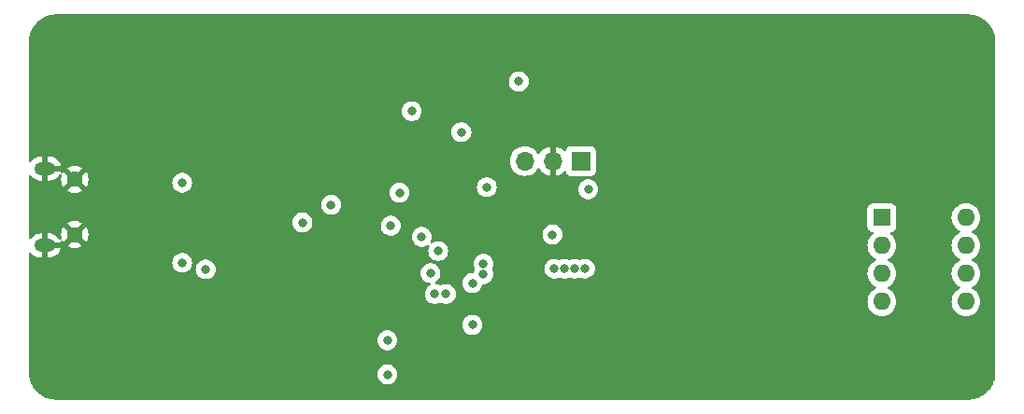
<source format=gbr>
%TF.GenerationSoftware,KiCad,Pcbnew,(7.0.0)*%
%TF.CreationDate,2023-06-08T20:43:27-04:00*%
%TF.ProjectId,tft controller new,74667420-636f-46e7-9472-6f6c6c657220,rev?*%
%TF.SameCoordinates,Original*%
%TF.FileFunction,Copper,L2,Inr*%
%TF.FilePolarity,Positive*%
%FSLAX46Y46*%
G04 Gerber Fmt 4.6, Leading zero omitted, Abs format (unit mm)*
G04 Created by KiCad (PCBNEW (7.0.0)) date 2023-06-08 20:43:27*
%MOMM*%
%LPD*%
G01*
G04 APERTURE LIST*
%TA.AperFunction,ComponentPad*%
%ADD10O,1.600000X1.600000*%
%TD*%
%TA.AperFunction,ComponentPad*%
%ADD11R,1.600000X1.600000*%
%TD*%
%TA.AperFunction,ComponentPad*%
%ADD12R,1.700000X1.700000*%
%TD*%
%TA.AperFunction,ComponentPad*%
%ADD13O,1.700000X1.700000*%
%TD*%
%TA.AperFunction,ComponentPad*%
%ADD14O,1.900000X1.200000*%
%TD*%
%TA.AperFunction,ComponentPad*%
%ADD15C,1.450000*%
%TD*%
%TA.AperFunction,ViaPad*%
%ADD16C,0.800000*%
%TD*%
G04 APERTURE END LIST*
D10*
%TO.N,+2V8*%
%TO.C,SW3*%
X145319999Y-98959999D03*
X145319999Y-101499999D03*
X145319999Y-104039999D03*
X145319999Y-106579999D03*
%TO.N,/TFT LCD Connections/TFT_IM3*%
X137699999Y-106579999D03*
%TO.N,/TFT LCD Connections/TFT_IM2*%
X137699999Y-104039999D03*
%TO.N,/TFT LCD Connections/TFT_IM1*%
X137699999Y-101499999D03*
D11*
%TO.N,/TFT LCD Connections/TFT_IM0*%
X137699999Y-98959999D03*
%TD*%
D12*
%TO.N,/RP2040 Connections/RP_SWCLK*%
%TO.C,J3*%
X110424999Y-93824999D03*
D13*
%TO.N,GND*%
X107884999Y-93824999D03*
%TO.N,/RP2040 Connections/RP_SWD*%
X105344999Y-93824999D03*
%TD*%
D14*
%TO.N,GND*%
%TO.C,J1*%
X61862499Y-94499999D03*
D15*
X64562500Y-95500000D03*
X64562500Y-100500000D03*
D14*
X61862499Y-101499999D03*
%TD*%
D16*
%TO.N,GND*%
X82100000Y-103400000D03*
X80300000Y-103400000D03*
X80300000Y-105800000D03*
X82100000Y-105800000D03*
%TO.N,+3V3*%
X87800000Y-97800000D03*
X85200000Y-99400000D03*
%TO.N,GND*%
X104700000Y-101300000D03*
X137000000Y-91987500D03*
X84200000Y-93737500D03*
X90400000Y-98137500D03*
X92500000Y-106000000D03*
X91600000Y-106000000D03*
X91600000Y-105100000D03*
X92500000Y-105100000D03*
X91600000Y-104200000D03*
X90700000Y-105100000D03*
X131200000Y-100200000D03*
X130300000Y-100200000D03*
X129350000Y-100200000D03*
X123900000Y-96937500D03*
X122300000Y-89000000D03*
X105300000Y-88500000D03*
X102000000Y-89300000D03*
X102700000Y-94800000D03*
X93900000Y-94337500D03*
X68937500Y-84400000D03*
X66637500Y-87837500D03*
X75200000Y-93500000D03*
X68800000Y-96400000D03*
X78300000Y-98837500D03*
X79100000Y-107900000D03*
X86337500Y-109200000D03*
X96162500Y-114800000D03*
X95800000Y-108700000D03*
X99900000Y-103000000D03*
X90700000Y-106000000D03*
X92500000Y-104200000D03*
X90700000Y-104200000D03*
%TO.N,+3V3*%
X74300000Y-95800000D03*
X74300000Y-103062500D03*
%TO.N,/RP2040 Connections/~{RP_FLASH_CS}*%
X104800000Y-86600000D03*
X76432000Y-103658000D03*
%TO.N,+3V3*%
X94000000Y-96700000D03*
X92900000Y-113200000D03*
X100600000Y-108700000D03*
X93200000Y-99700000D03*
X100600000Y-104900000D03*
X92900000Y-110100000D03*
%TO.N,+1V1*%
X96800000Y-104000000D03*
X97500000Y-102000000D03*
%TO.N,/RP2040 Connections/RP_XIN*%
X97200000Y-105900000D03*
X99600000Y-91200000D03*
%TO.N,/TFT LCD Connections/LEDA*%
X107850000Y-100500000D03*
X111100000Y-96400000D03*
%TO.N,/TFT LCD Connections/TFT_IM0*%
X108020491Y-103600000D03*
%TO.N,/TFT LCD Connections/TFT_IM1*%
X108946994Y-103600000D03*
%TO.N,/TFT LCD Connections/TFT_IM2*%
X109873497Y-103600000D03*
%TO.N,/TFT LCD Connections/TFT_IM3*%
X110800000Y-103600000D03*
%TO.N,/RP2040 Connections/RP_SWCLK*%
X101600000Y-104100000D03*
%TO.N,/RP2040 Connections/RP_SWD*%
X101600000Y-103173497D03*
%TO.N,/RP2040 Connections/RP_XOUT*%
X98200000Y-105900000D03*
X101900000Y-96200000D03*
%TO.N,/RP2040 Connections/RP_RUN*%
X95100000Y-89300000D03*
X96000000Y-100700000D03*
%TD*%
%TA.AperFunction,Conductor*%
%TO.N,GND*%
G36*
X145503735Y-80500726D02*
G01*
X145527834Y-80502183D01*
X145598669Y-80506468D01*
X145599066Y-80506493D01*
X145802818Y-80519847D01*
X145817032Y-80521610D01*
X145948459Y-80545695D01*
X145950007Y-80545991D01*
X146112440Y-80578301D01*
X146125102Y-80581523D01*
X146259591Y-80623432D01*
X146259678Y-80623459D01*
X146262645Y-80624425D01*
X146412220Y-80675199D01*
X146423244Y-80679538D01*
X146554556Y-80738637D01*
X146558416Y-80740457D01*
X146697458Y-80809025D01*
X146706762Y-80814119D01*
X146706780Y-80814130D01*
X146831185Y-80889335D01*
X146835926Y-80892350D01*
X146963643Y-80977689D01*
X146971225Y-80983180D01*
X147086211Y-81073265D01*
X147091487Y-81077640D01*
X147206550Y-81178547D01*
X147212472Y-81184094D01*
X147315904Y-81287526D01*
X147321451Y-81293448D01*
X147422358Y-81408511D01*
X147426741Y-81413797D01*
X147516818Y-81528773D01*
X147522309Y-81536355D01*
X147607648Y-81664072D01*
X147610663Y-81668813D01*
X147685878Y-81793234D01*
X147690973Y-81802540D01*
X147759519Y-81941536D01*
X147761383Y-81945489D01*
X147820458Y-82076750D01*
X147824801Y-82087783D01*
X147875573Y-82237353D01*
X147876539Y-82240320D01*
X147918470Y-82374878D01*
X147921702Y-82387578D01*
X147953976Y-82549832D01*
X147954328Y-82551672D01*
X147978386Y-82682954D01*
X147980151Y-82697195D01*
X147993498Y-82900828D01*
X147993538Y-82901450D01*
X147999274Y-82996264D01*
X147999500Y-83003752D01*
X147999500Y-112996248D01*
X147999274Y-113003736D01*
X147993538Y-113098548D01*
X147993498Y-113099170D01*
X147980151Y-113302803D01*
X147978386Y-113317044D01*
X147954328Y-113448326D01*
X147953976Y-113450166D01*
X147921702Y-113612420D01*
X147918470Y-113625120D01*
X147876539Y-113759678D01*
X147875573Y-113762645D01*
X147824801Y-113912215D01*
X147820458Y-113923248D01*
X147761383Y-114054509D01*
X147759519Y-114058462D01*
X147690973Y-114197458D01*
X147685878Y-114206764D01*
X147610663Y-114331185D01*
X147607648Y-114335926D01*
X147522309Y-114463643D01*
X147516818Y-114471225D01*
X147426741Y-114586201D01*
X147422358Y-114591487D01*
X147321451Y-114706550D01*
X147315904Y-114712472D01*
X147212472Y-114815904D01*
X147206550Y-114821451D01*
X147091487Y-114922358D01*
X147086201Y-114926741D01*
X146971225Y-115016818D01*
X146963643Y-115022309D01*
X146835926Y-115107648D01*
X146831185Y-115110663D01*
X146706764Y-115185878D01*
X146697458Y-115190973D01*
X146558462Y-115259519D01*
X146554509Y-115261383D01*
X146423248Y-115320458D01*
X146412215Y-115324801D01*
X146262645Y-115375573D01*
X146259678Y-115376539D01*
X146125120Y-115418470D01*
X146112420Y-115421702D01*
X145950166Y-115453976D01*
X145948326Y-115454328D01*
X145817044Y-115478386D01*
X145802803Y-115480151D01*
X145599170Y-115493498D01*
X145598548Y-115493538D01*
X145503736Y-115499274D01*
X145496248Y-115499500D01*
X62903752Y-115499500D01*
X62896264Y-115499274D01*
X62801450Y-115493538D01*
X62800828Y-115493498D01*
X62597195Y-115480151D01*
X62582954Y-115478386D01*
X62451677Y-115454329D01*
X62449837Y-115453977D01*
X62287576Y-115421701D01*
X62274876Y-115418469D01*
X62140332Y-115376543D01*
X62137365Y-115375577D01*
X61987780Y-115324800D01*
X61976747Y-115320457D01*
X61845505Y-115261390D01*
X61841552Y-115259526D01*
X61702532Y-115190968D01*
X61693226Y-115185873D01*
X61568831Y-115110674D01*
X61564090Y-115107659D01*
X61436350Y-115022306D01*
X61428767Y-115016814D01*
X61313800Y-114926742D01*
X61308516Y-114922361D01*
X61193442Y-114821445D01*
X61187519Y-114815897D01*
X61084104Y-114712482D01*
X61078557Y-114706560D01*
X60977633Y-114591478D01*
X60973250Y-114586192D01*
X60940919Y-114544924D01*
X60883176Y-114471220D01*
X60877706Y-114463667D01*
X60792306Y-114335858D01*
X60789330Y-114331177D01*
X60714130Y-114206780D01*
X60709035Y-114197475D01*
X60661212Y-114100500D01*
X60640452Y-114058403D01*
X60638598Y-114054470D01*
X60605230Y-113980330D01*
X60579544Y-113923256D01*
X60575207Y-113912241D01*
X60524372Y-113762483D01*
X60523451Y-113759654D01*
X60481529Y-113625120D01*
X60478307Y-113612463D01*
X60445976Y-113449923D01*
X60445667Y-113448304D01*
X60421610Y-113317032D01*
X60419851Y-113302848D01*
X60413110Y-113200000D01*
X91994540Y-113200000D01*
X91995219Y-113206460D01*
X92013646Y-113381795D01*
X92013647Y-113381803D01*
X92014326Y-113388256D01*
X92016331Y-113394428D01*
X92016333Y-113394435D01*
X92070813Y-113562105D01*
X92072821Y-113568284D01*
X92076068Y-113573908D01*
X92076069Y-113573910D01*
X92090075Y-113598170D01*
X92167467Y-113732216D01*
X92171811Y-113737041D01*
X92171813Y-113737043D01*
X92194865Y-113762645D01*
X92294129Y-113872888D01*
X92447270Y-113984151D01*
X92620197Y-114061144D01*
X92805354Y-114100500D01*
X92988143Y-114100500D01*
X92994646Y-114100500D01*
X93179803Y-114061144D01*
X93352730Y-113984151D01*
X93505871Y-113872888D01*
X93632533Y-113732216D01*
X93727179Y-113568284D01*
X93785674Y-113388256D01*
X93805460Y-113200000D01*
X93785674Y-113011744D01*
X93727179Y-112831716D01*
X93632533Y-112667784D01*
X93505871Y-112527112D01*
X93500613Y-112523292D01*
X93500611Y-112523290D01*
X93357988Y-112419669D01*
X93357987Y-112419668D01*
X93352730Y-112415849D01*
X93346792Y-112413205D01*
X93185745Y-112341501D01*
X93185740Y-112341499D01*
X93179803Y-112338856D01*
X93173444Y-112337504D01*
X93173440Y-112337503D01*
X93001008Y-112300852D01*
X93001005Y-112300851D01*
X92994646Y-112299500D01*
X92805354Y-112299500D01*
X92798995Y-112300851D01*
X92798991Y-112300852D01*
X92626559Y-112337503D01*
X92626552Y-112337505D01*
X92620197Y-112338856D01*
X92614262Y-112341498D01*
X92614254Y-112341501D01*
X92453207Y-112413205D01*
X92453202Y-112413207D01*
X92447270Y-112415849D01*
X92442016Y-112419665D01*
X92442011Y-112419669D01*
X92299388Y-112523290D01*
X92299381Y-112523295D01*
X92294129Y-112527112D01*
X92289784Y-112531937D01*
X92289779Y-112531942D01*
X92171813Y-112662956D01*
X92171808Y-112662962D01*
X92167467Y-112667784D01*
X92164222Y-112673404D01*
X92164218Y-112673410D01*
X92076069Y-112826089D01*
X92076066Y-112826094D01*
X92072821Y-112831716D01*
X92070815Y-112837888D01*
X92070813Y-112837894D01*
X92016333Y-113005564D01*
X92016331Y-113005573D01*
X92014326Y-113011744D01*
X92013648Y-113018194D01*
X92013646Y-113018204D01*
X92005137Y-113099170D01*
X91994540Y-113200000D01*
X60413110Y-113200000D01*
X60406484Y-113098918D01*
X60406465Y-113098613D01*
X60400726Y-113003736D01*
X60400500Y-112996249D01*
X60400500Y-110100000D01*
X91994540Y-110100000D01*
X91995219Y-110106460D01*
X92013646Y-110281795D01*
X92013647Y-110281803D01*
X92014326Y-110288256D01*
X92016331Y-110294428D01*
X92016333Y-110294435D01*
X92070813Y-110462105D01*
X92072821Y-110468284D01*
X92167467Y-110632216D01*
X92294129Y-110772888D01*
X92447270Y-110884151D01*
X92620197Y-110961144D01*
X92805354Y-111000500D01*
X92988143Y-111000500D01*
X92994646Y-111000500D01*
X93179803Y-110961144D01*
X93352730Y-110884151D01*
X93505871Y-110772888D01*
X93632533Y-110632216D01*
X93727179Y-110468284D01*
X93785674Y-110288256D01*
X93805460Y-110100000D01*
X93785674Y-109911744D01*
X93727179Y-109731716D01*
X93632533Y-109567784D01*
X93505871Y-109427112D01*
X93500613Y-109423292D01*
X93500611Y-109423290D01*
X93357988Y-109319669D01*
X93357987Y-109319668D01*
X93352730Y-109315849D01*
X93346792Y-109313205D01*
X93185745Y-109241501D01*
X93185740Y-109241499D01*
X93179803Y-109238856D01*
X93173444Y-109237504D01*
X93173440Y-109237503D01*
X93001008Y-109200852D01*
X93001005Y-109200851D01*
X92994646Y-109199500D01*
X92805354Y-109199500D01*
X92798995Y-109200851D01*
X92798991Y-109200852D01*
X92626559Y-109237503D01*
X92626552Y-109237505D01*
X92620197Y-109238856D01*
X92614262Y-109241498D01*
X92614254Y-109241501D01*
X92453207Y-109313205D01*
X92453202Y-109313207D01*
X92447270Y-109315849D01*
X92442016Y-109319665D01*
X92442011Y-109319669D01*
X92299388Y-109423290D01*
X92299381Y-109423295D01*
X92294129Y-109427112D01*
X92289784Y-109431937D01*
X92289779Y-109431942D01*
X92171813Y-109562956D01*
X92171808Y-109562962D01*
X92167467Y-109567784D01*
X92164222Y-109573404D01*
X92164218Y-109573410D01*
X92076069Y-109726089D01*
X92076066Y-109726094D01*
X92072821Y-109731716D01*
X92070815Y-109737888D01*
X92070813Y-109737894D01*
X92016333Y-109905564D01*
X92016331Y-109905573D01*
X92014326Y-109911744D01*
X92013648Y-109918194D01*
X92013646Y-109918204D01*
X91995962Y-110086464D01*
X91994540Y-110100000D01*
X60400500Y-110100000D01*
X60400500Y-108700000D01*
X99694540Y-108700000D01*
X99695219Y-108706460D01*
X99713646Y-108881795D01*
X99713647Y-108881803D01*
X99714326Y-108888256D01*
X99716331Y-108894428D01*
X99716333Y-108894435D01*
X99770813Y-109062105D01*
X99772821Y-109068284D01*
X99867467Y-109232216D01*
X99871811Y-109237041D01*
X99871813Y-109237043D01*
X99875827Y-109241501D01*
X99994129Y-109372888D01*
X100147270Y-109484151D01*
X100320197Y-109561144D01*
X100505354Y-109600500D01*
X100688143Y-109600500D01*
X100694646Y-109600500D01*
X100879803Y-109561144D01*
X101052730Y-109484151D01*
X101205871Y-109372888D01*
X101332533Y-109232216D01*
X101427179Y-109068284D01*
X101485674Y-108888256D01*
X101505460Y-108700000D01*
X101485674Y-108511744D01*
X101427179Y-108331716D01*
X101332533Y-108167784D01*
X101205871Y-108027112D01*
X101200613Y-108023292D01*
X101200611Y-108023290D01*
X101057988Y-107919669D01*
X101057987Y-107919668D01*
X101052730Y-107915849D01*
X101046792Y-107913205D01*
X100885745Y-107841501D01*
X100885740Y-107841499D01*
X100879803Y-107838856D01*
X100873444Y-107837504D01*
X100873440Y-107837503D01*
X100701008Y-107800852D01*
X100701005Y-107800851D01*
X100694646Y-107799500D01*
X100505354Y-107799500D01*
X100498995Y-107800851D01*
X100498991Y-107800852D01*
X100326559Y-107837503D01*
X100326552Y-107837505D01*
X100320197Y-107838856D01*
X100314262Y-107841498D01*
X100314254Y-107841501D01*
X100153207Y-107913205D01*
X100153202Y-107913207D01*
X100147270Y-107915849D01*
X100142016Y-107919665D01*
X100142011Y-107919669D01*
X99999388Y-108023290D01*
X99999381Y-108023295D01*
X99994129Y-108027112D01*
X99989784Y-108031937D01*
X99989779Y-108031942D01*
X99871813Y-108162956D01*
X99871808Y-108162962D01*
X99867467Y-108167784D01*
X99864222Y-108173404D01*
X99864218Y-108173410D01*
X99776069Y-108326089D01*
X99776066Y-108326094D01*
X99772821Y-108331716D01*
X99770815Y-108337888D01*
X99770813Y-108337894D01*
X99716333Y-108505564D01*
X99716331Y-108505573D01*
X99714326Y-108511744D01*
X99713648Y-108518194D01*
X99713646Y-108518204D01*
X99695962Y-108686464D01*
X99694540Y-108700000D01*
X60400500Y-108700000D01*
X60400500Y-103062500D01*
X73394540Y-103062500D01*
X73395219Y-103068960D01*
X73413646Y-103244295D01*
X73413647Y-103244303D01*
X73414326Y-103250756D01*
X73416331Y-103256928D01*
X73416333Y-103256935D01*
X73440705Y-103331942D01*
X73472821Y-103430784D01*
X73476068Y-103436408D01*
X73476069Y-103436410D01*
X73533337Y-103535602D01*
X73567467Y-103594716D01*
X73571811Y-103599541D01*
X73571813Y-103599543D01*
X73624448Y-103658000D01*
X73694129Y-103735388D01*
X73847270Y-103846651D01*
X74020197Y-103923644D01*
X74205354Y-103963000D01*
X74388143Y-103963000D01*
X74394646Y-103963000D01*
X74579803Y-103923644D01*
X74752730Y-103846651D01*
X74905871Y-103735388D01*
X74975552Y-103658000D01*
X75526540Y-103658000D01*
X75527219Y-103664460D01*
X75545646Y-103839795D01*
X75545647Y-103839803D01*
X75546326Y-103846256D01*
X75548331Y-103852428D01*
X75548333Y-103852435D01*
X75602813Y-104020105D01*
X75604821Y-104026284D01*
X75608068Y-104031908D01*
X75608069Y-104031910D01*
X75668767Y-104137043D01*
X75699467Y-104190216D01*
X75703811Y-104195041D01*
X75703813Y-104195043D01*
X75773030Y-104271916D01*
X75826129Y-104330888D01*
X75979270Y-104442151D01*
X76152197Y-104519144D01*
X76337354Y-104558500D01*
X76520143Y-104558500D01*
X76526646Y-104558500D01*
X76711803Y-104519144D01*
X76884730Y-104442151D01*
X77037871Y-104330888D01*
X77164533Y-104190216D01*
X77259179Y-104026284D01*
X77267719Y-104000000D01*
X95894540Y-104000000D01*
X95895219Y-104006460D01*
X95913646Y-104181795D01*
X95913647Y-104181803D01*
X95914326Y-104188256D01*
X95916331Y-104194428D01*
X95916333Y-104194435D01*
X95970813Y-104362105D01*
X95972821Y-104368284D01*
X95976068Y-104373908D01*
X95976069Y-104373910D01*
X96063929Y-104526089D01*
X96067467Y-104532216D01*
X96071811Y-104537041D01*
X96071813Y-104537043D01*
X96161854Y-104637043D01*
X96194129Y-104672888D01*
X96199387Y-104676708D01*
X96199388Y-104676709D01*
X96239104Y-104705564D01*
X96347270Y-104784151D01*
X96520197Y-104861144D01*
X96694675Y-104898230D01*
X96745916Y-104922342D01*
X96781092Y-104966723D01*
X96792867Y-105022117D01*
X96778783Y-105076969D01*
X96741779Y-105119838D01*
X96599388Y-105223290D01*
X96599381Y-105223295D01*
X96594129Y-105227112D01*
X96589784Y-105231937D01*
X96589779Y-105231942D01*
X96471813Y-105362956D01*
X96471808Y-105362962D01*
X96467467Y-105367784D01*
X96464222Y-105373404D01*
X96464218Y-105373410D01*
X96376069Y-105526089D01*
X96376066Y-105526094D01*
X96372821Y-105531716D01*
X96370815Y-105537888D01*
X96370813Y-105537894D01*
X96316333Y-105705564D01*
X96316331Y-105705573D01*
X96314326Y-105711744D01*
X96313648Y-105718194D01*
X96313646Y-105718204D01*
X96295962Y-105886464D01*
X96294540Y-105900000D01*
X96295219Y-105906460D01*
X96313646Y-106081795D01*
X96313647Y-106081803D01*
X96314326Y-106088256D01*
X96316331Y-106094428D01*
X96316333Y-106094435D01*
X96370813Y-106262105D01*
X96372821Y-106268284D01*
X96376068Y-106273908D01*
X96376069Y-106273910D01*
X96421909Y-106353308D01*
X96467467Y-106432216D01*
X96594129Y-106572888D01*
X96747270Y-106684151D01*
X96920197Y-106761144D01*
X97105354Y-106800500D01*
X97288143Y-106800500D01*
X97294646Y-106800500D01*
X97479803Y-106761144D01*
X97649566Y-106685559D01*
X97700000Y-106674839D01*
X97750433Y-106685559D01*
X97920197Y-106761144D01*
X98105354Y-106800500D01*
X98288143Y-106800500D01*
X98294646Y-106800500D01*
X98479803Y-106761144D01*
X98652730Y-106684151D01*
X98796082Y-106580000D01*
X136394532Y-106580000D01*
X136395004Y-106585395D01*
X136410148Y-106758498D01*
X136414365Y-106806692D01*
X136415762Y-106811907D01*
X136415764Y-106811916D01*
X136471858Y-107021263D01*
X136471861Y-107021271D01*
X136473261Y-107026496D01*
X136569432Y-107232734D01*
X136699953Y-107419139D01*
X136860861Y-107580047D01*
X137047266Y-107710568D01*
X137253504Y-107806739D01*
X137473308Y-107865635D01*
X137700000Y-107885468D01*
X137926692Y-107865635D01*
X138146496Y-107806739D01*
X138352734Y-107710568D01*
X138539139Y-107580047D01*
X138700047Y-107419139D01*
X138830568Y-107232734D01*
X138926739Y-107026496D01*
X138985635Y-106806692D01*
X139005468Y-106580000D01*
X144014532Y-106580000D01*
X144015004Y-106585395D01*
X144030148Y-106758498D01*
X144034365Y-106806692D01*
X144035762Y-106811907D01*
X144035764Y-106811916D01*
X144091858Y-107021263D01*
X144091861Y-107021271D01*
X144093261Y-107026496D01*
X144189432Y-107232734D01*
X144319953Y-107419139D01*
X144480861Y-107580047D01*
X144667266Y-107710568D01*
X144873504Y-107806739D01*
X145093308Y-107865635D01*
X145320000Y-107885468D01*
X145546692Y-107865635D01*
X145766496Y-107806739D01*
X145972734Y-107710568D01*
X146159139Y-107580047D01*
X146320047Y-107419139D01*
X146450568Y-107232734D01*
X146546739Y-107026496D01*
X146605635Y-106806692D01*
X146625468Y-106580000D01*
X146605635Y-106353308D01*
X146604235Y-106348083D01*
X146548141Y-106138736D01*
X146548140Y-106138734D01*
X146546739Y-106133504D01*
X146450568Y-105927266D01*
X146320047Y-105740861D01*
X146159139Y-105579953D01*
X145972734Y-105449432D01*
X145914724Y-105422381D01*
X145862549Y-105376625D01*
X145843130Y-105310000D01*
X145862549Y-105243375D01*
X145914725Y-105197618D01*
X145972734Y-105170568D01*
X146159139Y-105040047D01*
X146320047Y-104879139D01*
X146450568Y-104692734D01*
X146546739Y-104486496D01*
X146605635Y-104266692D01*
X146625468Y-104040000D01*
X146605635Y-103813308D01*
X146546739Y-103593504D01*
X146450568Y-103387266D01*
X146320047Y-103200861D01*
X146159139Y-103039953D01*
X145997984Y-102927112D01*
X145977173Y-102912540D01*
X145977171Y-102912539D01*
X145972734Y-102909432D01*
X145914724Y-102882381D01*
X145862549Y-102836625D01*
X145843130Y-102770000D01*
X145862549Y-102703375D01*
X145914725Y-102657618D01*
X145972734Y-102630568D01*
X146159139Y-102500047D01*
X146320047Y-102339139D01*
X146450568Y-102152734D01*
X146546739Y-101946496D01*
X146605635Y-101726692D01*
X146625468Y-101500000D01*
X146605635Y-101273308D01*
X146604235Y-101268083D01*
X146548141Y-101058736D01*
X146548140Y-101058734D01*
X146546739Y-101053504D01*
X146450568Y-100847266D01*
X146320047Y-100660861D01*
X146159139Y-100499953D01*
X145972734Y-100369432D01*
X145914724Y-100342381D01*
X145862549Y-100296625D01*
X145843130Y-100230000D01*
X145862549Y-100163375D01*
X145914725Y-100117618D01*
X145972734Y-100090568D01*
X146159139Y-99960047D01*
X146320047Y-99799139D01*
X146450568Y-99612734D01*
X146546739Y-99406496D01*
X146605635Y-99186692D01*
X146625468Y-98960000D01*
X146605635Y-98733308D01*
X146553532Y-98538856D01*
X146548141Y-98518736D01*
X146548140Y-98518734D01*
X146546739Y-98513504D01*
X146450568Y-98307266D01*
X146320047Y-98120861D01*
X146159139Y-97959953D01*
X145972734Y-97829432D01*
X145766496Y-97733261D01*
X145761271Y-97731861D01*
X145761263Y-97731858D01*
X145551916Y-97675764D01*
X145551907Y-97675762D01*
X145546692Y-97674365D01*
X145541304Y-97673893D01*
X145541301Y-97673893D01*
X145325395Y-97655004D01*
X145320000Y-97654532D01*
X145314605Y-97655004D01*
X145098698Y-97673893D01*
X145098693Y-97673893D01*
X145093308Y-97674365D01*
X145088094Y-97675762D01*
X145088083Y-97675764D01*
X144878736Y-97731858D01*
X144878724Y-97731862D01*
X144873504Y-97733261D01*
X144868599Y-97735547D01*
X144868594Y-97735550D01*
X144672176Y-97827142D01*
X144672172Y-97827144D01*
X144667266Y-97829432D01*
X144662833Y-97832535D01*
X144662826Y-97832540D01*
X144485296Y-97956847D01*
X144485291Y-97956850D01*
X144480861Y-97959953D01*
X144477037Y-97963776D01*
X144477031Y-97963782D01*
X144323782Y-98117031D01*
X144323776Y-98117037D01*
X144319953Y-98120861D01*
X144316850Y-98125291D01*
X144316847Y-98125296D01*
X144192540Y-98302826D01*
X144192535Y-98302833D01*
X144189432Y-98307266D01*
X144187144Y-98312172D01*
X144187142Y-98312176D01*
X144095550Y-98508594D01*
X144095547Y-98508599D01*
X144093261Y-98513504D01*
X144091862Y-98518724D01*
X144091858Y-98518736D01*
X144035764Y-98728083D01*
X144035762Y-98728094D01*
X144034365Y-98733308D01*
X144033893Y-98738693D01*
X144033893Y-98738698D01*
X144015004Y-98954605D01*
X144014532Y-98960000D01*
X144015004Y-98965395D01*
X144032710Y-99167784D01*
X144034365Y-99186692D01*
X144035762Y-99191907D01*
X144035764Y-99191916D01*
X144091858Y-99401263D01*
X144091861Y-99401271D01*
X144093261Y-99406496D01*
X144095549Y-99411403D01*
X144095550Y-99411405D01*
X144108030Y-99438168D01*
X144189432Y-99612734D01*
X144192539Y-99617171D01*
X144192540Y-99617173D01*
X144209575Y-99641501D01*
X144319953Y-99799139D01*
X144480861Y-99960047D01*
X144667266Y-100090568D01*
X144672172Y-100092855D01*
X144672176Y-100092858D01*
X144725274Y-100117618D01*
X144777450Y-100163375D01*
X144796869Y-100230000D01*
X144777450Y-100296625D01*
X144725274Y-100342382D01*
X144672176Y-100367141D01*
X144672163Y-100367148D01*
X144667266Y-100369432D01*
X144662833Y-100372535D01*
X144662826Y-100372540D01*
X144485296Y-100496847D01*
X144485294Y-100496849D01*
X144480861Y-100499953D01*
X144477037Y-100503776D01*
X144477031Y-100503782D01*
X144323782Y-100657031D01*
X144323776Y-100657037D01*
X144319953Y-100660861D01*
X144316850Y-100665291D01*
X144316847Y-100665296D01*
X144192540Y-100842826D01*
X144192535Y-100842833D01*
X144189432Y-100847266D01*
X144187144Y-100852172D01*
X144187142Y-100852176D01*
X144095550Y-101048594D01*
X144095547Y-101048599D01*
X144093261Y-101053504D01*
X144091862Y-101058724D01*
X144091858Y-101058736D01*
X144035764Y-101268083D01*
X144035762Y-101268094D01*
X144034365Y-101273308D01*
X144033893Y-101278693D01*
X144033893Y-101278698D01*
X144016858Y-101473410D01*
X144014532Y-101500000D01*
X144015004Y-101505395D01*
X144028260Y-101656920D01*
X144034365Y-101726692D01*
X144035762Y-101731907D01*
X144035764Y-101731916D01*
X144091858Y-101941263D01*
X144091861Y-101941271D01*
X144093261Y-101946496D01*
X144189432Y-102152734D01*
X144192539Y-102157171D01*
X144192540Y-102157173D01*
X144218631Y-102194435D01*
X144319953Y-102339139D01*
X144480861Y-102500047D01*
X144667266Y-102630568D01*
X144725276Y-102657618D01*
X144777449Y-102703373D01*
X144796869Y-102769997D01*
X144777451Y-102836622D01*
X144725276Y-102882380D01*
X144672178Y-102907141D01*
X144672173Y-102907143D01*
X144667266Y-102909432D01*
X144662833Y-102912535D01*
X144662826Y-102912540D01*
X144485296Y-103036847D01*
X144485291Y-103036850D01*
X144480861Y-103039953D01*
X144477037Y-103043776D01*
X144477031Y-103043782D01*
X144323782Y-103197031D01*
X144323776Y-103197037D01*
X144319953Y-103200861D01*
X144316850Y-103205291D01*
X144316847Y-103205296D01*
X144192540Y-103382826D01*
X144192535Y-103382833D01*
X144189432Y-103387266D01*
X144187144Y-103392172D01*
X144187142Y-103392176D01*
X144095550Y-103588594D01*
X144095547Y-103588599D01*
X144093261Y-103593504D01*
X144091862Y-103598724D01*
X144091858Y-103598736D01*
X144035764Y-103808083D01*
X144035762Y-103808094D01*
X144034365Y-103813308D01*
X144033893Y-103818693D01*
X144033893Y-103818698D01*
X144017957Y-104000852D01*
X144014532Y-104040000D01*
X144015004Y-104045395D01*
X144031324Y-104231942D01*
X144034365Y-104266692D01*
X144035762Y-104271907D01*
X144035764Y-104271916D01*
X144091858Y-104481263D01*
X144091861Y-104481271D01*
X144093261Y-104486496D01*
X144095549Y-104491403D01*
X144095550Y-104491405D01*
X144114581Y-104532216D01*
X144189432Y-104692734D01*
X144192539Y-104697171D01*
X144192540Y-104697173D01*
X144202743Y-104711744D01*
X144319953Y-104879139D01*
X144480861Y-105040047D01*
X144667266Y-105170568D01*
X144672172Y-105172855D01*
X144672176Y-105172858D01*
X144725274Y-105197618D01*
X144777450Y-105243375D01*
X144796869Y-105310000D01*
X144777450Y-105376625D01*
X144725274Y-105422382D01*
X144672176Y-105447141D01*
X144672163Y-105447148D01*
X144667266Y-105449432D01*
X144662833Y-105452535D01*
X144662826Y-105452540D01*
X144485296Y-105576847D01*
X144485291Y-105576850D01*
X144480861Y-105579953D01*
X144477037Y-105583776D01*
X144477031Y-105583782D01*
X144323782Y-105737031D01*
X144323776Y-105737037D01*
X144319953Y-105740861D01*
X144316850Y-105745291D01*
X144316847Y-105745296D01*
X144192540Y-105922826D01*
X144192535Y-105922833D01*
X144189432Y-105927266D01*
X144187144Y-105932172D01*
X144187142Y-105932176D01*
X144095550Y-106128594D01*
X144095547Y-106128599D01*
X144093261Y-106133504D01*
X144091862Y-106138724D01*
X144091858Y-106138736D01*
X144035764Y-106348083D01*
X144035762Y-106348094D01*
X144034365Y-106353308D01*
X144033893Y-106358693D01*
X144033893Y-106358698D01*
X144027461Y-106432216D01*
X144014532Y-106580000D01*
X139005468Y-106580000D01*
X138985635Y-106353308D01*
X138984235Y-106348083D01*
X138928141Y-106138736D01*
X138928140Y-106138734D01*
X138926739Y-106133504D01*
X138830568Y-105927266D01*
X138700047Y-105740861D01*
X138539139Y-105579953D01*
X138352734Y-105449432D01*
X138294724Y-105422381D01*
X138242549Y-105376625D01*
X138223130Y-105310000D01*
X138242549Y-105243375D01*
X138294725Y-105197618D01*
X138352734Y-105170568D01*
X138539139Y-105040047D01*
X138700047Y-104879139D01*
X138830568Y-104692734D01*
X138926739Y-104486496D01*
X138985635Y-104266692D01*
X139005468Y-104040000D01*
X138985635Y-103813308D01*
X138926739Y-103593504D01*
X138830568Y-103387266D01*
X138700047Y-103200861D01*
X138539139Y-103039953D01*
X138377984Y-102927112D01*
X138357173Y-102912540D01*
X138357171Y-102912539D01*
X138352734Y-102909432D01*
X138294724Y-102882381D01*
X138242549Y-102836625D01*
X138223130Y-102770000D01*
X138242549Y-102703375D01*
X138294725Y-102657618D01*
X138352734Y-102630568D01*
X138539139Y-102500047D01*
X138700047Y-102339139D01*
X138830568Y-102152734D01*
X138926739Y-101946496D01*
X138985635Y-101726692D01*
X139005468Y-101500000D01*
X138985635Y-101273308D01*
X138984235Y-101268083D01*
X138928141Y-101058736D01*
X138928140Y-101058734D01*
X138926739Y-101053504D01*
X138830568Y-100847266D01*
X138700047Y-100660861D01*
X138539139Y-100499953D01*
X138514535Y-100482725D01*
X138475398Y-100437883D01*
X138461665Y-100379969D01*
X138476499Y-100322328D01*
X138516485Y-100278239D01*
X138572406Y-100257861D01*
X138607483Y-100254091D01*
X138742331Y-100203796D01*
X138857546Y-100117546D01*
X138943796Y-100002331D01*
X138994091Y-99867483D01*
X139000500Y-99807873D01*
X139000499Y-98112128D01*
X138994091Y-98052517D01*
X138943796Y-97917669D01*
X138857546Y-97802454D01*
X138845638Y-97793540D01*
X138749431Y-97721519D01*
X138749430Y-97721518D01*
X138742331Y-97716204D01*
X138630155Y-97674365D01*
X138614752Y-97668620D01*
X138614750Y-97668619D01*
X138607483Y-97665909D01*
X138599770Y-97665079D01*
X138599767Y-97665079D01*
X138551180Y-97659855D01*
X138551169Y-97659854D01*
X138547873Y-97659500D01*
X138544550Y-97659500D01*
X136855439Y-97659500D01*
X136855420Y-97659500D01*
X136852128Y-97659501D01*
X136848850Y-97659853D01*
X136848838Y-97659854D01*
X136800231Y-97665079D01*
X136800225Y-97665080D01*
X136792517Y-97665909D01*
X136785252Y-97668618D01*
X136785246Y-97668620D01*
X136665980Y-97713104D01*
X136665978Y-97713104D01*
X136657669Y-97716204D01*
X136650572Y-97721516D01*
X136650568Y-97721519D01*
X136549550Y-97797141D01*
X136549546Y-97797144D01*
X136542454Y-97802454D01*
X136537144Y-97809546D01*
X136537141Y-97809550D01*
X136461519Y-97910568D01*
X136461516Y-97910572D01*
X136456204Y-97917669D01*
X136453104Y-97925978D01*
X136453104Y-97925980D01*
X136408620Y-98045247D01*
X136408619Y-98045250D01*
X136405909Y-98052517D01*
X136405079Y-98060227D01*
X136405079Y-98060232D01*
X136399855Y-98108819D01*
X136399854Y-98108831D01*
X136399500Y-98112127D01*
X136399500Y-98115448D01*
X136399500Y-98115449D01*
X136399500Y-99804560D01*
X136399500Y-99804578D01*
X136399501Y-99807872D01*
X136399853Y-99811150D01*
X136399854Y-99811161D01*
X136405079Y-99859768D01*
X136405080Y-99859773D01*
X136405909Y-99867483D01*
X136408619Y-99874749D01*
X136408620Y-99874753D01*
X136415961Y-99894435D01*
X136456204Y-100002331D01*
X136461518Y-100009430D01*
X136461519Y-100009431D01*
X136523972Y-100092858D01*
X136542454Y-100117546D01*
X136657669Y-100203796D01*
X136792517Y-100254091D01*
X136827599Y-100257862D01*
X136883516Y-100278240D01*
X136923500Y-100322328D01*
X136938334Y-100379969D01*
X136924601Y-100437882D01*
X136885465Y-100482725D01*
X136879654Y-100486794D01*
X136860861Y-100499953D01*
X136857037Y-100503776D01*
X136857031Y-100503782D01*
X136703782Y-100657031D01*
X136703776Y-100657037D01*
X136699953Y-100660861D01*
X136696850Y-100665291D01*
X136696847Y-100665296D01*
X136572540Y-100842826D01*
X136572535Y-100842833D01*
X136569432Y-100847266D01*
X136567144Y-100852172D01*
X136567142Y-100852176D01*
X136475550Y-101048594D01*
X136475547Y-101048599D01*
X136473261Y-101053504D01*
X136471862Y-101058724D01*
X136471858Y-101058736D01*
X136415764Y-101268083D01*
X136415762Y-101268094D01*
X136414365Y-101273308D01*
X136413893Y-101278693D01*
X136413893Y-101278698D01*
X136396858Y-101473410D01*
X136394532Y-101500000D01*
X136395004Y-101505395D01*
X136408260Y-101656920D01*
X136414365Y-101726692D01*
X136415762Y-101731907D01*
X136415764Y-101731916D01*
X136471858Y-101941263D01*
X136471861Y-101941271D01*
X136473261Y-101946496D01*
X136569432Y-102152734D01*
X136572539Y-102157171D01*
X136572540Y-102157173D01*
X136598631Y-102194435D01*
X136699953Y-102339139D01*
X136860861Y-102500047D01*
X137047266Y-102630568D01*
X137105276Y-102657618D01*
X137157449Y-102703373D01*
X137176869Y-102769997D01*
X137157451Y-102836622D01*
X137105276Y-102882380D01*
X137052178Y-102907141D01*
X137052173Y-102907143D01*
X137047266Y-102909432D01*
X137042833Y-102912535D01*
X137042826Y-102912540D01*
X136865296Y-103036847D01*
X136865291Y-103036850D01*
X136860861Y-103039953D01*
X136857037Y-103043776D01*
X136857031Y-103043782D01*
X136703782Y-103197031D01*
X136703776Y-103197037D01*
X136699953Y-103200861D01*
X136696850Y-103205291D01*
X136696847Y-103205296D01*
X136572540Y-103382826D01*
X136572535Y-103382833D01*
X136569432Y-103387266D01*
X136567144Y-103392172D01*
X136567142Y-103392176D01*
X136475550Y-103588594D01*
X136475547Y-103588599D01*
X136473261Y-103593504D01*
X136471862Y-103598724D01*
X136471858Y-103598736D01*
X136415764Y-103808083D01*
X136415762Y-103808094D01*
X136414365Y-103813308D01*
X136413893Y-103818693D01*
X136413893Y-103818698D01*
X136397957Y-104000852D01*
X136394532Y-104040000D01*
X136395004Y-104045395D01*
X136411324Y-104231942D01*
X136414365Y-104266692D01*
X136415762Y-104271907D01*
X136415764Y-104271916D01*
X136471858Y-104481263D01*
X136471861Y-104481271D01*
X136473261Y-104486496D01*
X136475549Y-104491403D01*
X136475550Y-104491405D01*
X136494581Y-104532216D01*
X136569432Y-104692734D01*
X136572539Y-104697171D01*
X136572540Y-104697173D01*
X136582743Y-104711744D01*
X136699953Y-104879139D01*
X136860861Y-105040047D01*
X137047266Y-105170568D01*
X137052172Y-105172855D01*
X137052176Y-105172858D01*
X137105274Y-105197618D01*
X137157450Y-105243375D01*
X137176869Y-105310000D01*
X137157450Y-105376625D01*
X137105274Y-105422382D01*
X137052176Y-105447141D01*
X137052163Y-105447148D01*
X137047266Y-105449432D01*
X137042833Y-105452535D01*
X137042826Y-105452540D01*
X136865296Y-105576847D01*
X136865291Y-105576850D01*
X136860861Y-105579953D01*
X136857037Y-105583776D01*
X136857031Y-105583782D01*
X136703782Y-105737031D01*
X136703776Y-105737037D01*
X136699953Y-105740861D01*
X136696850Y-105745291D01*
X136696847Y-105745296D01*
X136572540Y-105922826D01*
X136572535Y-105922833D01*
X136569432Y-105927266D01*
X136567144Y-105932172D01*
X136567142Y-105932176D01*
X136475550Y-106128594D01*
X136475547Y-106128599D01*
X136473261Y-106133504D01*
X136471862Y-106138724D01*
X136471858Y-106138736D01*
X136415764Y-106348083D01*
X136415762Y-106348094D01*
X136414365Y-106353308D01*
X136413893Y-106358693D01*
X136413893Y-106358698D01*
X136407461Y-106432216D01*
X136394532Y-106580000D01*
X98796082Y-106580000D01*
X98805871Y-106572888D01*
X98932533Y-106432216D01*
X99027179Y-106268284D01*
X99085674Y-106088256D01*
X99105460Y-105900000D01*
X99085674Y-105711744D01*
X99027179Y-105531716D01*
X98932533Y-105367784D01*
X98919456Y-105353261D01*
X98810220Y-105231942D01*
X98810219Y-105231941D01*
X98805871Y-105227112D01*
X98800613Y-105223292D01*
X98800611Y-105223290D01*
X98657988Y-105119669D01*
X98657987Y-105119668D01*
X98652730Y-105115849D01*
X98646792Y-105113205D01*
X98485745Y-105041501D01*
X98485740Y-105041499D01*
X98479803Y-105038856D01*
X98473444Y-105037504D01*
X98473440Y-105037503D01*
X98301008Y-105000852D01*
X98301005Y-105000851D01*
X98294646Y-104999500D01*
X98105354Y-104999500D01*
X98098995Y-105000851D01*
X98098991Y-105000852D01*
X97926559Y-105037503D01*
X97926552Y-105037505D01*
X97920197Y-105038856D01*
X97750433Y-105114440D01*
X97700000Y-105125160D01*
X97649566Y-105114440D01*
X97479803Y-105038856D01*
X97473444Y-105037504D01*
X97473440Y-105037503D01*
X97305324Y-105001769D01*
X97254082Y-104977657D01*
X97218906Y-104933275D01*
X97211833Y-104900000D01*
X99694540Y-104900000D01*
X99695219Y-104906460D01*
X99713646Y-105081795D01*
X99713647Y-105081803D01*
X99714326Y-105088256D01*
X99716331Y-105094428D01*
X99716333Y-105094435D01*
X99770813Y-105262105D01*
X99772821Y-105268284D01*
X99776068Y-105273908D01*
X99776069Y-105273910D01*
X99835371Y-105376625D01*
X99867467Y-105432216D01*
X99871811Y-105437041D01*
X99871813Y-105437043D01*
X99880906Y-105447142D01*
X99994129Y-105572888D01*
X100147270Y-105684151D01*
X100320197Y-105761144D01*
X100505354Y-105800500D01*
X100688143Y-105800500D01*
X100694646Y-105800500D01*
X100879803Y-105761144D01*
X101052730Y-105684151D01*
X101205871Y-105572888D01*
X101332533Y-105432216D01*
X101427179Y-105268284D01*
X101485674Y-105088256D01*
X101487375Y-105088808D01*
X101506336Y-105048153D01*
X101549691Y-105013048D01*
X101604046Y-105000500D01*
X101688143Y-105000500D01*
X101694646Y-105000500D01*
X101879803Y-104961144D01*
X102052730Y-104884151D01*
X102205871Y-104772888D01*
X102332533Y-104632216D01*
X102427179Y-104468284D01*
X102485674Y-104288256D01*
X102505460Y-104100000D01*
X102485674Y-103911744D01*
X102427179Y-103731716D01*
X102408145Y-103698748D01*
X102391532Y-103636746D01*
X102401378Y-103600000D01*
X107115031Y-103600000D01*
X107115710Y-103606460D01*
X107134137Y-103781795D01*
X107134138Y-103781803D01*
X107134817Y-103788256D01*
X107136822Y-103794428D01*
X107136824Y-103794435D01*
X107187971Y-103951847D01*
X107193312Y-103968284D01*
X107196559Y-103973908D01*
X107196560Y-103973910D01*
X107278508Y-104115849D01*
X107287958Y-104132216D01*
X107292302Y-104137041D01*
X107292304Y-104137043D01*
X107373403Y-104227112D01*
X107414620Y-104272888D01*
X107567761Y-104384151D01*
X107740688Y-104461144D01*
X107925845Y-104500500D01*
X108108634Y-104500500D01*
X108115137Y-104500500D01*
X108300294Y-104461144D01*
X108433308Y-104401921D01*
X108483742Y-104391201D01*
X108534177Y-104401921D01*
X108667191Y-104461144D01*
X108852348Y-104500500D01*
X109035137Y-104500500D01*
X109041640Y-104500500D01*
X109226797Y-104461144D01*
X109359811Y-104401921D01*
X109410245Y-104391201D01*
X109460680Y-104401921D01*
X109593694Y-104461144D01*
X109778851Y-104500500D01*
X109961640Y-104500500D01*
X109968143Y-104500500D01*
X110153300Y-104461144D01*
X110286314Y-104401921D01*
X110336748Y-104391201D01*
X110387183Y-104401921D01*
X110520197Y-104461144D01*
X110705354Y-104500500D01*
X110888143Y-104500500D01*
X110894646Y-104500500D01*
X111079803Y-104461144D01*
X111252730Y-104384151D01*
X111405871Y-104272888D01*
X111532533Y-104132216D01*
X111627179Y-103968284D01*
X111685674Y-103788256D01*
X111705460Y-103600000D01*
X111685674Y-103411744D01*
X111627179Y-103231716D01*
X111532533Y-103067784D01*
X111510921Y-103043782D01*
X111410220Y-102931942D01*
X111410219Y-102931941D01*
X111405871Y-102927112D01*
X111400613Y-102923292D01*
X111400611Y-102923290D01*
X111257988Y-102819669D01*
X111257987Y-102819668D01*
X111252730Y-102815849D01*
X111246792Y-102813205D01*
X111085745Y-102741501D01*
X111085740Y-102741499D01*
X111079803Y-102738856D01*
X111073444Y-102737504D01*
X111073440Y-102737503D01*
X110901008Y-102700852D01*
X110901005Y-102700851D01*
X110894646Y-102699500D01*
X110705354Y-102699500D01*
X110698995Y-102700851D01*
X110698991Y-102700852D01*
X110526559Y-102737503D01*
X110526552Y-102737505D01*
X110520197Y-102738856D01*
X110478322Y-102757500D01*
X110387183Y-102798078D01*
X110336748Y-102808798D01*
X110286314Y-102798078D01*
X110153300Y-102738856D01*
X110146941Y-102737504D01*
X110146937Y-102737503D01*
X109974505Y-102700852D01*
X109974502Y-102700851D01*
X109968143Y-102699500D01*
X109778851Y-102699500D01*
X109772492Y-102700851D01*
X109772488Y-102700852D01*
X109600056Y-102737503D01*
X109600049Y-102737505D01*
X109593694Y-102738856D01*
X109551819Y-102757500D01*
X109460680Y-102798078D01*
X109410245Y-102808798D01*
X109359811Y-102798078D01*
X109226797Y-102738856D01*
X109220438Y-102737504D01*
X109220434Y-102737503D01*
X109048002Y-102700852D01*
X109047999Y-102700851D01*
X109041640Y-102699500D01*
X108852348Y-102699500D01*
X108845989Y-102700851D01*
X108845985Y-102700852D01*
X108673553Y-102737503D01*
X108673546Y-102737505D01*
X108667191Y-102738856D01*
X108625316Y-102757500D01*
X108534177Y-102798078D01*
X108483742Y-102808798D01*
X108433308Y-102798078D01*
X108300294Y-102738856D01*
X108293935Y-102737504D01*
X108293931Y-102737503D01*
X108121499Y-102700852D01*
X108121496Y-102700851D01*
X108115137Y-102699500D01*
X107925845Y-102699500D01*
X107919486Y-102700851D01*
X107919482Y-102700852D01*
X107747050Y-102737503D01*
X107747043Y-102737505D01*
X107740688Y-102738856D01*
X107734753Y-102741498D01*
X107734745Y-102741501D01*
X107573698Y-102813205D01*
X107573693Y-102813207D01*
X107567761Y-102815849D01*
X107562507Y-102819665D01*
X107562502Y-102819669D01*
X107419879Y-102923290D01*
X107419872Y-102923295D01*
X107414620Y-102927112D01*
X107410275Y-102931937D01*
X107410270Y-102931942D01*
X107292304Y-103062956D01*
X107292299Y-103062962D01*
X107287958Y-103067784D01*
X107284713Y-103073404D01*
X107284709Y-103073410D01*
X107196560Y-103226089D01*
X107196557Y-103226094D01*
X107193312Y-103231716D01*
X107191306Y-103237888D01*
X107191304Y-103237894D01*
X107136824Y-103405564D01*
X107136822Y-103405573D01*
X107134817Y-103411744D01*
X107134139Y-103418194D01*
X107134137Y-103418204D01*
X107117685Y-103574745D01*
X107115031Y-103600000D01*
X102401378Y-103600000D01*
X102408145Y-103574748D01*
X102427179Y-103541781D01*
X102485674Y-103361753D01*
X102505460Y-103173497D01*
X102485674Y-102985241D01*
X102427179Y-102805213D01*
X102332533Y-102641281D01*
X102226163Y-102523146D01*
X102210220Y-102505439D01*
X102210219Y-102505438D01*
X102205871Y-102500609D01*
X102200613Y-102496789D01*
X102200611Y-102496787D01*
X102057988Y-102393166D01*
X102057987Y-102393165D01*
X102052730Y-102389346D01*
X102046792Y-102386702D01*
X101885745Y-102314998D01*
X101885740Y-102314996D01*
X101879803Y-102312353D01*
X101873444Y-102311001D01*
X101873440Y-102311000D01*
X101701008Y-102274349D01*
X101701005Y-102274348D01*
X101694646Y-102272997D01*
X101505354Y-102272997D01*
X101498995Y-102274348D01*
X101498991Y-102274349D01*
X101326559Y-102311000D01*
X101326552Y-102311002D01*
X101320197Y-102312353D01*
X101314262Y-102314995D01*
X101314254Y-102314998D01*
X101153207Y-102386702D01*
X101153202Y-102386704D01*
X101147270Y-102389346D01*
X101142016Y-102393162D01*
X101142011Y-102393166D01*
X100999388Y-102496787D01*
X100999381Y-102496792D01*
X100994129Y-102500609D01*
X100989784Y-102505434D01*
X100989779Y-102505439D01*
X100871813Y-102636453D01*
X100871808Y-102636459D01*
X100867467Y-102641281D01*
X100864222Y-102646901D01*
X100864218Y-102646907D01*
X100776069Y-102799586D01*
X100776066Y-102799591D01*
X100772821Y-102805213D01*
X100770815Y-102811385D01*
X100770813Y-102811391D01*
X100716333Y-102979061D01*
X100716331Y-102979070D01*
X100714326Y-102985241D01*
X100713648Y-102991691D01*
X100713646Y-102991701D01*
X100698963Y-103131410D01*
X100694540Y-103173497D01*
X100695219Y-103179957D01*
X100713646Y-103355292D01*
X100713647Y-103355300D01*
X100714326Y-103361753D01*
X100716331Y-103367925D01*
X100716333Y-103367932D01*
X100770813Y-103535602D01*
X100772821Y-103541781D01*
X100776067Y-103547403D01*
X100776069Y-103547407D01*
X100791854Y-103574747D01*
X100808467Y-103636745D01*
X100791856Y-103698744D01*
X100776069Y-103726089D01*
X100776066Y-103726094D01*
X100772821Y-103731716D01*
X100770815Y-103737888D01*
X100770813Y-103737894D01*
X100714326Y-103911744D01*
X100712624Y-103911191D01*
X100693664Y-103951847D01*
X100650309Y-103986952D01*
X100595954Y-103999500D01*
X100505354Y-103999500D01*
X100498995Y-104000851D01*
X100498991Y-104000852D01*
X100326559Y-104037503D01*
X100326552Y-104037505D01*
X100320197Y-104038856D01*
X100314262Y-104041498D01*
X100314254Y-104041501D01*
X100153207Y-104113205D01*
X100153202Y-104113207D01*
X100147270Y-104115849D01*
X100142016Y-104119665D01*
X100142011Y-104119669D01*
X99999388Y-104223290D01*
X99999381Y-104223295D01*
X99994129Y-104227112D01*
X99989784Y-104231937D01*
X99989779Y-104231942D01*
X99871813Y-104362956D01*
X99871808Y-104362962D01*
X99867467Y-104367784D01*
X99864222Y-104373404D01*
X99864218Y-104373410D01*
X99776069Y-104526089D01*
X99776066Y-104526094D01*
X99772821Y-104531716D01*
X99770815Y-104537888D01*
X99770813Y-104537894D01*
X99716333Y-104705564D01*
X99716331Y-104705573D01*
X99714326Y-104711744D01*
X99713648Y-104718194D01*
X99713646Y-104718204D01*
X99696607Y-104880330D01*
X99694540Y-104900000D01*
X97211833Y-104900000D01*
X97207132Y-104877881D01*
X97221216Y-104823030D01*
X97258214Y-104780166D01*
X97405871Y-104672888D01*
X97532533Y-104532216D01*
X97627179Y-104368284D01*
X97685674Y-104188256D01*
X97705460Y-104000000D01*
X97685674Y-103811744D01*
X97627179Y-103631716D01*
X97532533Y-103467784D01*
X97431244Y-103355292D01*
X97410220Y-103331942D01*
X97410219Y-103331941D01*
X97405871Y-103327112D01*
X97400613Y-103323292D01*
X97400611Y-103323290D01*
X97257988Y-103219669D01*
X97257987Y-103219668D01*
X97252730Y-103215849D01*
X97210465Y-103197031D01*
X97085745Y-103141501D01*
X97085740Y-103141499D01*
X97079803Y-103138856D01*
X97073444Y-103137504D01*
X97073440Y-103137503D01*
X96901008Y-103100852D01*
X96901005Y-103100851D01*
X96894646Y-103099500D01*
X96705354Y-103099500D01*
X96698995Y-103100851D01*
X96698991Y-103100852D01*
X96526559Y-103137503D01*
X96526552Y-103137505D01*
X96520197Y-103138856D01*
X96514262Y-103141498D01*
X96514254Y-103141501D01*
X96353207Y-103213205D01*
X96353202Y-103213207D01*
X96347270Y-103215849D01*
X96342016Y-103219665D01*
X96342011Y-103219669D01*
X96199388Y-103323290D01*
X96199381Y-103323295D01*
X96194129Y-103327112D01*
X96189784Y-103331937D01*
X96189779Y-103331942D01*
X96071813Y-103462956D01*
X96071808Y-103462962D01*
X96067467Y-103467784D01*
X96064222Y-103473404D01*
X96064218Y-103473410D01*
X95976069Y-103626089D01*
X95976066Y-103626094D01*
X95972821Y-103631716D01*
X95970815Y-103637888D01*
X95970813Y-103637894D01*
X95916333Y-103805564D01*
X95916331Y-103805573D01*
X95914326Y-103811744D01*
X95913648Y-103818194D01*
X95913646Y-103818204D01*
X95902843Y-103920998D01*
X95894540Y-104000000D01*
X77267719Y-104000000D01*
X77317674Y-103846256D01*
X77337460Y-103658000D01*
X77317674Y-103469744D01*
X77259179Y-103289716D01*
X77164533Y-103125784D01*
X77112309Y-103067784D01*
X77042220Y-102989942D01*
X77042219Y-102989941D01*
X77037871Y-102985112D01*
X77032613Y-102981292D01*
X77032611Y-102981290D01*
X76889988Y-102877669D01*
X76889987Y-102877668D01*
X76884730Y-102873849D01*
X76871737Y-102868064D01*
X76717745Y-102799501D01*
X76717740Y-102799499D01*
X76711803Y-102796856D01*
X76705444Y-102795504D01*
X76705440Y-102795503D01*
X76533008Y-102758852D01*
X76533005Y-102758851D01*
X76526646Y-102757500D01*
X76337354Y-102757500D01*
X76330995Y-102758851D01*
X76330991Y-102758852D01*
X76158559Y-102795503D01*
X76158552Y-102795505D01*
X76152197Y-102796856D01*
X76146262Y-102799498D01*
X76146254Y-102799501D01*
X75985207Y-102871205D01*
X75985202Y-102871207D01*
X75979270Y-102873849D01*
X75974016Y-102877665D01*
X75974011Y-102877669D01*
X75831388Y-102981290D01*
X75831381Y-102981295D01*
X75826129Y-102985112D01*
X75821784Y-102989937D01*
X75821779Y-102989942D01*
X75703813Y-103120956D01*
X75703808Y-103120962D01*
X75699467Y-103125784D01*
X75696222Y-103131404D01*
X75696218Y-103131410D01*
X75608069Y-103284089D01*
X75608066Y-103284094D01*
X75604821Y-103289716D01*
X75602815Y-103295888D01*
X75602813Y-103295894D01*
X75548333Y-103463564D01*
X75548331Y-103463573D01*
X75546326Y-103469744D01*
X75545648Y-103476194D01*
X75545646Y-103476204D01*
X75532684Y-103599543D01*
X75526540Y-103658000D01*
X74975552Y-103658000D01*
X75032533Y-103594716D01*
X75127179Y-103430784D01*
X75185674Y-103250756D01*
X75205460Y-103062500D01*
X75185674Y-102874244D01*
X75127179Y-102694216D01*
X75032533Y-102530284D01*
X75010162Y-102505439D01*
X74910220Y-102394442D01*
X74910219Y-102394441D01*
X74905871Y-102389612D01*
X74900613Y-102385792D01*
X74900611Y-102385790D01*
X74757988Y-102282169D01*
X74757987Y-102282168D01*
X74752730Y-102278349D01*
X74743746Y-102274349D01*
X74585745Y-102204001D01*
X74585740Y-102203999D01*
X74579803Y-102201356D01*
X74573444Y-102200004D01*
X74573440Y-102200003D01*
X74401008Y-102163352D01*
X74401005Y-102163351D01*
X74394646Y-102162000D01*
X74205354Y-102162000D01*
X74198995Y-102163351D01*
X74198991Y-102163352D01*
X74026559Y-102200003D01*
X74026552Y-102200005D01*
X74020197Y-102201356D01*
X74014262Y-102203998D01*
X74014254Y-102204001D01*
X73853207Y-102275705D01*
X73853202Y-102275707D01*
X73847270Y-102278349D01*
X73842016Y-102282165D01*
X73842011Y-102282169D01*
X73699388Y-102385790D01*
X73699381Y-102385795D01*
X73694129Y-102389612D01*
X73689784Y-102394437D01*
X73689779Y-102394442D01*
X73571813Y-102525456D01*
X73571808Y-102525462D01*
X73567467Y-102530284D01*
X73564222Y-102535904D01*
X73564218Y-102535910D01*
X73476069Y-102688589D01*
X73476066Y-102688594D01*
X73472821Y-102694216D01*
X73470815Y-102700388D01*
X73470813Y-102700394D01*
X73416333Y-102868064D01*
X73416331Y-102868073D01*
X73414326Y-102874244D01*
X73413648Y-102880694D01*
X73413646Y-102880704D01*
X73402660Y-102985241D01*
X73394540Y-103062500D01*
X60400500Y-103062500D01*
X60400500Y-102222686D01*
X60415952Y-102162742D01*
X60458457Y-102117737D01*
X60517421Y-102098888D01*
X60578150Y-102110893D01*
X60625507Y-102150759D01*
X60673963Y-102218806D01*
X60681672Y-102227703D01*
X60825158Y-102364517D01*
X60834399Y-102371784D01*
X61001185Y-102478971D01*
X61011643Y-102484363D01*
X61195701Y-102558049D01*
X61206984Y-102561362D01*
X61401665Y-102598882D01*
X61413366Y-102600000D01*
X61596174Y-102600000D01*
X61609049Y-102596549D01*
X61612500Y-102583674D01*
X62112500Y-102583674D01*
X62115950Y-102596549D01*
X62128826Y-102600000D01*
X62261950Y-102600000D01*
X62267839Y-102599719D01*
X62415742Y-102585596D01*
X62427293Y-102583369D01*
X62617526Y-102527512D01*
X62628432Y-102523146D01*
X62804659Y-102432295D01*
X62814555Y-102425935D01*
X62970394Y-102303382D01*
X62978908Y-102295264D01*
X63108743Y-102145427D01*
X63115562Y-102135850D01*
X63214691Y-101964153D01*
X63219579Y-101953450D01*
X63284424Y-101766095D01*
X63285779Y-101760511D01*
X63285193Y-101752318D01*
X63274536Y-101750000D01*
X62128826Y-101750000D01*
X62115950Y-101753450D01*
X62112500Y-101766326D01*
X62112500Y-102583674D01*
X61612500Y-102583674D01*
X61612500Y-101524851D01*
X63894570Y-101524851D01*
X63902002Y-101532962D01*
X63943222Y-101561825D01*
X63952567Y-101567221D01*
X64137018Y-101653232D01*
X64147152Y-101656920D01*
X64343745Y-101709597D01*
X64354356Y-101711468D01*
X64557105Y-101729207D01*
X64567895Y-101729207D01*
X64770643Y-101711468D01*
X64781254Y-101709597D01*
X64977847Y-101656920D01*
X64987981Y-101653232D01*
X65172434Y-101567220D01*
X65181772Y-101561829D01*
X65222997Y-101532961D01*
X65230429Y-101524852D01*
X65224515Y-101515569D01*
X64574042Y-100865095D01*
X64562500Y-100858431D01*
X64550957Y-100865095D01*
X63900483Y-101515569D01*
X63894570Y-101524851D01*
X61612500Y-101524851D01*
X61612500Y-101233674D01*
X62112500Y-101233674D01*
X62115950Y-101246549D01*
X62128826Y-101250000D01*
X63269681Y-101250000D01*
X63280572Y-101247494D01*
X63280439Y-101236318D01*
X63275191Y-101214685D01*
X63278512Y-101144903D01*
X63319029Y-101087991D01*
X63383881Y-101062014D01*
X63452484Y-101075218D01*
X63495547Y-101116253D01*
X63497567Y-101114840D01*
X63529537Y-101160498D01*
X63537646Y-101167929D01*
X63546929Y-101162015D01*
X64197403Y-100511542D01*
X64204067Y-100500000D01*
X64920931Y-100500000D01*
X64927595Y-100511542D01*
X65578069Y-101162015D01*
X65587352Y-101167929D01*
X65595461Y-101160497D01*
X65624329Y-101119272D01*
X65629720Y-101109934D01*
X65715732Y-100925481D01*
X65719420Y-100915347D01*
X65772097Y-100718754D01*
X65773968Y-100708143D01*
X65774680Y-100700000D01*
X95094540Y-100700000D01*
X95095219Y-100706460D01*
X95113646Y-100881795D01*
X95113647Y-100881803D01*
X95114326Y-100888256D01*
X95116331Y-100894428D01*
X95116333Y-100894435D01*
X95170813Y-101062105D01*
X95172821Y-101068284D01*
X95176068Y-101073908D01*
X95176069Y-101073910D01*
X95261074Y-101221144D01*
X95267467Y-101232216D01*
X95271811Y-101237041D01*
X95271813Y-101237043D01*
X95384772Y-101362496D01*
X95394129Y-101372888D01*
X95399387Y-101376708D01*
X95399388Y-101376709D01*
X95470699Y-101428519D01*
X95547270Y-101484151D01*
X95720197Y-101561144D01*
X95905354Y-101600500D01*
X96088143Y-101600500D01*
X96094646Y-101600500D01*
X96279803Y-101561144D01*
X96452730Y-101484151D01*
X96506650Y-101444975D01*
X96569156Y-101421730D01*
X96634667Y-101434226D01*
X96684229Y-101478851D01*
X96703506Y-101542697D01*
X96686921Y-101607293D01*
X96676070Y-101626087D01*
X96676066Y-101626093D01*
X96672821Y-101631716D01*
X96670815Y-101637888D01*
X96670813Y-101637894D01*
X96616333Y-101805564D01*
X96616331Y-101805573D01*
X96614326Y-101811744D01*
X96613648Y-101818194D01*
X96613646Y-101818204D01*
X96595962Y-101986464D01*
X96594540Y-102000000D01*
X96595219Y-102006460D01*
X96613646Y-102181795D01*
X96613647Y-102181803D01*
X96614326Y-102188256D01*
X96616331Y-102194428D01*
X96616333Y-102194435D01*
X96663351Y-102339139D01*
X96672821Y-102368284D01*
X96676068Y-102373908D01*
X96676069Y-102373910D01*
X96749218Y-102500609D01*
X96767467Y-102532216D01*
X96771811Y-102537041D01*
X96771813Y-102537043D01*
X96880378Y-102657616D01*
X96894129Y-102672888D01*
X96899387Y-102676708D01*
X96899388Y-102676709D01*
X96930757Y-102699500D01*
X97047270Y-102784151D01*
X97220197Y-102861144D01*
X97405354Y-102900500D01*
X97588143Y-102900500D01*
X97594646Y-102900500D01*
X97779803Y-102861144D01*
X97952730Y-102784151D01*
X98105871Y-102672888D01*
X98232533Y-102532216D01*
X98327179Y-102368284D01*
X98385674Y-102188256D01*
X98405460Y-102000000D01*
X98385674Y-101811744D01*
X98327179Y-101631716D01*
X98232533Y-101467784D01*
X98211997Y-101444977D01*
X98110220Y-101331942D01*
X98110219Y-101331941D01*
X98105871Y-101327112D01*
X98100613Y-101323292D01*
X98100611Y-101323290D01*
X97957988Y-101219669D01*
X97957987Y-101219668D01*
X97952730Y-101215849D01*
X97946792Y-101213205D01*
X97785745Y-101141501D01*
X97785740Y-101141499D01*
X97779803Y-101138856D01*
X97773444Y-101137504D01*
X97773440Y-101137503D01*
X97601008Y-101100852D01*
X97601005Y-101100851D01*
X97594646Y-101099500D01*
X97405354Y-101099500D01*
X97398995Y-101100851D01*
X97398991Y-101100852D01*
X97226559Y-101137503D01*
X97226552Y-101137505D01*
X97220197Y-101138856D01*
X97214262Y-101141498D01*
X97214254Y-101141501D01*
X97053207Y-101213205D01*
X97053202Y-101213207D01*
X97047270Y-101215849D01*
X97042012Y-101219668D01*
X97042012Y-101219669D01*
X96993350Y-101255023D01*
X96930839Y-101278269D01*
X96865329Y-101265771D01*
X96815768Y-101221144D01*
X96796493Y-101157297D01*
X96813079Y-101092704D01*
X96827179Y-101068284D01*
X96885674Y-100888256D01*
X96905460Y-100700000D01*
X96892224Y-100574064D01*
X96886353Y-100518204D01*
X96886352Y-100518203D01*
X96885674Y-100511744D01*
X96881858Y-100500000D01*
X106944540Y-100500000D01*
X106945219Y-100506460D01*
X106963646Y-100681795D01*
X106963647Y-100681803D01*
X106964326Y-100688256D01*
X106966331Y-100694428D01*
X106966333Y-100694435D01*
X107020813Y-100862105D01*
X107022821Y-100868284D01*
X107026068Y-100873908D01*
X107026069Y-100873910D01*
X107055843Y-100925481D01*
X107117467Y-101032216D01*
X107121811Y-101037041D01*
X107121813Y-101037043D01*
X107156186Y-101075218D01*
X107244129Y-101172888D01*
X107397270Y-101284151D01*
X107570197Y-101361144D01*
X107755354Y-101400500D01*
X107938143Y-101400500D01*
X107944646Y-101400500D01*
X108129803Y-101361144D01*
X108302730Y-101284151D01*
X108455871Y-101172888D01*
X108582533Y-101032216D01*
X108677179Y-100868284D01*
X108735674Y-100688256D01*
X108755460Y-100500000D01*
X108735674Y-100311744D01*
X108677179Y-100131716D01*
X108582533Y-99967784D01*
X108510925Y-99888256D01*
X108460220Y-99831942D01*
X108460219Y-99831941D01*
X108455871Y-99827112D01*
X108450613Y-99823292D01*
X108450611Y-99823290D01*
X108307988Y-99719669D01*
X108307987Y-99719668D01*
X108302730Y-99715849D01*
X108296792Y-99713205D01*
X108135745Y-99641501D01*
X108135740Y-99641499D01*
X108129803Y-99638856D01*
X108123444Y-99637504D01*
X108123440Y-99637503D01*
X107951008Y-99600852D01*
X107951005Y-99600851D01*
X107944646Y-99599500D01*
X107755354Y-99599500D01*
X107748995Y-99600851D01*
X107748991Y-99600852D01*
X107576559Y-99637503D01*
X107576552Y-99637505D01*
X107570197Y-99638856D01*
X107564262Y-99641498D01*
X107564254Y-99641501D01*
X107403207Y-99713205D01*
X107403202Y-99713207D01*
X107397270Y-99715849D01*
X107392016Y-99719665D01*
X107392011Y-99719669D01*
X107249388Y-99823290D01*
X107249381Y-99823295D01*
X107244129Y-99827112D01*
X107239784Y-99831937D01*
X107239779Y-99831942D01*
X107121813Y-99962956D01*
X107121808Y-99962962D01*
X107117467Y-99967784D01*
X107114222Y-99973404D01*
X107114218Y-99973410D01*
X107026069Y-100126089D01*
X107026066Y-100126094D01*
X107022821Y-100131716D01*
X107020815Y-100137888D01*
X107020813Y-100137894D01*
X106966333Y-100305564D01*
X106966331Y-100305573D01*
X106964326Y-100311744D01*
X106963648Y-100318194D01*
X106963646Y-100318204D01*
X106950989Y-100438637D01*
X106944540Y-100500000D01*
X96881858Y-100500000D01*
X96827179Y-100331716D01*
X96732533Y-100167784D01*
X96650528Y-100076709D01*
X96610220Y-100031942D01*
X96610219Y-100031941D01*
X96605871Y-100027112D01*
X96600613Y-100023292D01*
X96600611Y-100023290D01*
X96457988Y-99919669D01*
X96457987Y-99919668D01*
X96452730Y-99915849D01*
X96446792Y-99913205D01*
X96285745Y-99841501D01*
X96285740Y-99841499D01*
X96279803Y-99838856D01*
X96273444Y-99837504D01*
X96273440Y-99837503D01*
X96101008Y-99800852D01*
X96101005Y-99800851D01*
X96094646Y-99799500D01*
X95905354Y-99799500D01*
X95898995Y-99800851D01*
X95898991Y-99800852D01*
X95726559Y-99837503D01*
X95726552Y-99837505D01*
X95720197Y-99838856D01*
X95714262Y-99841498D01*
X95714254Y-99841501D01*
X95553207Y-99913205D01*
X95553202Y-99913207D01*
X95547270Y-99915849D01*
X95542016Y-99919665D01*
X95542011Y-99919669D01*
X95399388Y-100023290D01*
X95399381Y-100023295D01*
X95394129Y-100027112D01*
X95389784Y-100031937D01*
X95389779Y-100031942D01*
X95271813Y-100162956D01*
X95271808Y-100162962D01*
X95267467Y-100167784D01*
X95264222Y-100173404D01*
X95264218Y-100173410D01*
X95176069Y-100326089D01*
X95176066Y-100326094D01*
X95172821Y-100331716D01*
X95170815Y-100337888D01*
X95170813Y-100337894D01*
X95116333Y-100505564D01*
X95116331Y-100505573D01*
X95114326Y-100511744D01*
X95113648Y-100518194D01*
X95113646Y-100518204D01*
X95098187Y-100665296D01*
X95094540Y-100700000D01*
X65774680Y-100700000D01*
X65791707Y-100505395D01*
X65791707Y-100494605D01*
X65773968Y-100291856D01*
X65772097Y-100281245D01*
X65719420Y-100084652D01*
X65715732Y-100074518D01*
X65629722Y-99890071D01*
X65624324Y-99880721D01*
X65595462Y-99839502D01*
X65587351Y-99832069D01*
X65578072Y-99837980D01*
X64927595Y-100488457D01*
X64920931Y-100500000D01*
X64204067Y-100500000D01*
X64197403Y-100488457D01*
X63546926Y-99837980D01*
X63537647Y-99832069D01*
X63529536Y-99839502D01*
X63500673Y-99880725D01*
X63495278Y-99890069D01*
X63409267Y-100074518D01*
X63405579Y-100084652D01*
X63352902Y-100281245D01*
X63351031Y-100291856D01*
X63333293Y-100494605D01*
X63333293Y-100505395D01*
X63351031Y-100708143D01*
X63352902Y-100718757D01*
X63383955Y-100834646D01*
X63382819Y-100902805D01*
X63345828Y-100960064D01*
X63284161Y-100989119D01*
X63216455Y-100981187D01*
X63163173Y-100938666D01*
X63051036Y-100781193D01*
X63043327Y-100772296D01*
X62899841Y-100635482D01*
X62890600Y-100628215D01*
X62723814Y-100521028D01*
X62713356Y-100515636D01*
X62529298Y-100441950D01*
X62518015Y-100438637D01*
X62323334Y-100401117D01*
X62311634Y-100400000D01*
X62128826Y-100400000D01*
X62115950Y-100403450D01*
X62112500Y-100416326D01*
X62112500Y-101233674D01*
X61612500Y-101233674D01*
X61612500Y-100416326D01*
X61609049Y-100403450D01*
X61596174Y-100400000D01*
X61463050Y-100400000D01*
X61457160Y-100400280D01*
X61309257Y-100414403D01*
X61297706Y-100416630D01*
X61107473Y-100472487D01*
X61096567Y-100476853D01*
X60920340Y-100567704D01*
X60910444Y-100574064D01*
X60754605Y-100696617D01*
X60746091Y-100704735D01*
X60618213Y-100852315D01*
X60569488Y-100886663D01*
X60510365Y-100894304D01*
X60454509Y-100873471D01*
X60414830Y-100828979D01*
X60400500Y-100771112D01*
X60400500Y-99475147D01*
X63894569Y-99475147D01*
X63900480Y-99484426D01*
X64550957Y-100134903D01*
X64562500Y-100141567D01*
X64574042Y-100134903D01*
X65224515Y-99484429D01*
X65230429Y-99475146D01*
X65222998Y-99467037D01*
X65181769Y-99438168D01*
X65172437Y-99432780D01*
X65102140Y-99400000D01*
X84294540Y-99400000D01*
X84295219Y-99406460D01*
X84313646Y-99581795D01*
X84313647Y-99581803D01*
X84314326Y-99588256D01*
X84316331Y-99594428D01*
X84316333Y-99594435D01*
X84357025Y-99719669D01*
X84372821Y-99768284D01*
X84376068Y-99773908D01*
X84376069Y-99773910D01*
X84458017Y-99915849D01*
X84467467Y-99932216D01*
X84471811Y-99937041D01*
X84471813Y-99937043D01*
X84552912Y-100027112D01*
X84594129Y-100072888D01*
X84599387Y-100076708D01*
X84599388Y-100076709D01*
X84621614Y-100092857D01*
X84747270Y-100184151D01*
X84920197Y-100261144D01*
X85105354Y-100300500D01*
X85288143Y-100300500D01*
X85294646Y-100300500D01*
X85479803Y-100261144D01*
X85652730Y-100184151D01*
X85805871Y-100072888D01*
X85932533Y-99932216D01*
X86027179Y-99768284D01*
X86049366Y-99700000D01*
X92294540Y-99700000D01*
X92295219Y-99706460D01*
X92313646Y-99881795D01*
X92313647Y-99881803D01*
X92314326Y-99888256D01*
X92316331Y-99894428D01*
X92316333Y-99894435D01*
X92370813Y-100062105D01*
X92372821Y-100068284D01*
X92376068Y-100073908D01*
X92376069Y-100073910D01*
X92451058Y-100203796D01*
X92467467Y-100232216D01*
X92471811Y-100237041D01*
X92471813Y-100237043D01*
X92544891Y-100318204D01*
X92594129Y-100372888D01*
X92599387Y-100376708D01*
X92599388Y-100376709D01*
X92654335Y-100416630D01*
X92747270Y-100484151D01*
X92920197Y-100561144D01*
X93105354Y-100600500D01*
X93288143Y-100600500D01*
X93294646Y-100600500D01*
X93479803Y-100561144D01*
X93652730Y-100484151D01*
X93805871Y-100372888D01*
X93932533Y-100232216D01*
X94027179Y-100068284D01*
X94085674Y-99888256D01*
X94105460Y-99700000D01*
X94085674Y-99511744D01*
X94027179Y-99331716D01*
X93932533Y-99167784D01*
X93805871Y-99027112D01*
X93800613Y-99023292D01*
X93800611Y-99023290D01*
X93657988Y-98919669D01*
X93657987Y-98919668D01*
X93652730Y-98915849D01*
X93646792Y-98913205D01*
X93485745Y-98841501D01*
X93485740Y-98841499D01*
X93479803Y-98838856D01*
X93473444Y-98837504D01*
X93473440Y-98837503D01*
X93301008Y-98800852D01*
X93301005Y-98800851D01*
X93294646Y-98799500D01*
X93105354Y-98799500D01*
X93098995Y-98800851D01*
X93098991Y-98800852D01*
X92926559Y-98837503D01*
X92926552Y-98837505D01*
X92920197Y-98838856D01*
X92914262Y-98841498D01*
X92914254Y-98841501D01*
X92753207Y-98913205D01*
X92753202Y-98913207D01*
X92747270Y-98915849D01*
X92742016Y-98919665D01*
X92742011Y-98919669D01*
X92599388Y-99023290D01*
X92599381Y-99023295D01*
X92594129Y-99027112D01*
X92589784Y-99031937D01*
X92589779Y-99031942D01*
X92471813Y-99162956D01*
X92471808Y-99162962D01*
X92467467Y-99167784D01*
X92464222Y-99173404D01*
X92464218Y-99173410D01*
X92376069Y-99326089D01*
X92376066Y-99326094D01*
X92372821Y-99331716D01*
X92370815Y-99337888D01*
X92370813Y-99337894D01*
X92316333Y-99505564D01*
X92316331Y-99505573D01*
X92314326Y-99511744D01*
X92313648Y-99518194D01*
X92313646Y-99518204D01*
X92300966Y-99638856D01*
X92294540Y-99700000D01*
X86049366Y-99700000D01*
X86085674Y-99588256D01*
X86105460Y-99400000D01*
X86085674Y-99211744D01*
X86027179Y-99031716D01*
X85932533Y-98867784D01*
X85805871Y-98727112D01*
X85800613Y-98723292D01*
X85800611Y-98723290D01*
X85657988Y-98619669D01*
X85657987Y-98619668D01*
X85652730Y-98615849D01*
X85646792Y-98613205D01*
X85485745Y-98541501D01*
X85485740Y-98541499D01*
X85479803Y-98538856D01*
X85473444Y-98537504D01*
X85473440Y-98537503D01*
X85301008Y-98500852D01*
X85301005Y-98500851D01*
X85294646Y-98499500D01*
X85105354Y-98499500D01*
X85098995Y-98500851D01*
X85098991Y-98500852D01*
X84926559Y-98537503D01*
X84926552Y-98537505D01*
X84920197Y-98538856D01*
X84914262Y-98541498D01*
X84914254Y-98541501D01*
X84753207Y-98613205D01*
X84753202Y-98613207D01*
X84747270Y-98615849D01*
X84742016Y-98619665D01*
X84742011Y-98619669D01*
X84599388Y-98723290D01*
X84599381Y-98723295D01*
X84594129Y-98727112D01*
X84589784Y-98731937D01*
X84589779Y-98731942D01*
X84471813Y-98862956D01*
X84471808Y-98862962D01*
X84467467Y-98867784D01*
X84464222Y-98873404D01*
X84464218Y-98873410D01*
X84376069Y-99026089D01*
X84376066Y-99026094D01*
X84372821Y-99031716D01*
X84370815Y-99037888D01*
X84370813Y-99037894D01*
X84316333Y-99205564D01*
X84316331Y-99205573D01*
X84314326Y-99211744D01*
X84313648Y-99218194D01*
X84313646Y-99218204D01*
X84301067Y-99337894D01*
X84294540Y-99400000D01*
X65102140Y-99400000D01*
X64987981Y-99346767D01*
X64977847Y-99343079D01*
X64781254Y-99290402D01*
X64770643Y-99288531D01*
X64567895Y-99270793D01*
X64557105Y-99270793D01*
X64354356Y-99288531D01*
X64343745Y-99290402D01*
X64147152Y-99343079D01*
X64137018Y-99346767D01*
X63952569Y-99432778D01*
X63943225Y-99438173D01*
X63902002Y-99467036D01*
X63894569Y-99475147D01*
X60400500Y-99475147D01*
X60400500Y-97800000D01*
X86894540Y-97800000D01*
X86895219Y-97806460D01*
X86913646Y-97981795D01*
X86913647Y-97981803D01*
X86914326Y-97988256D01*
X86916331Y-97994428D01*
X86916333Y-97994435D01*
X86957412Y-98120861D01*
X86972821Y-98168284D01*
X86976068Y-98173908D01*
X86976069Y-98173910D01*
X87050498Y-98302826D01*
X87067467Y-98332216D01*
X87194129Y-98472888D01*
X87347270Y-98584151D01*
X87520197Y-98661144D01*
X87705354Y-98700500D01*
X87888143Y-98700500D01*
X87894646Y-98700500D01*
X88079803Y-98661144D01*
X88252730Y-98584151D01*
X88405871Y-98472888D01*
X88532533Y-98332216D01*
X88627179Y-98168284D01*
X88685674Y-97988256D01*
X88705460Y-97800000D01*
X88685674Y-97611744D01*
X88627179Y-97431716D01*
X88532533Y-97267784D01*
X88405871Y-97127112D01*
X88400613Y-97123292D01*
X88400611Y-97123290D01*
X88257988Y-97019669D01*
X88257987Y-97019668D01*
X88252730Y-97015849D01*
X88246792Y-97013205D01*
X88085745Y-96941501D01*
X88085740Y-96941499D01*
X88079803Y-96938856D01*
X88073444Y-96937504D01*
X88073440Y-96937503D01*
X87901008Y-96900852D01*
X87901005Y-96900851D01*
X87894646Y-96899500D01*
X87705354Y-96899500D01*
X87698995Y-96900851D01*
X87698991Y-96900852D01*
X87526559Y-96937503D01*
X87526552Y-96937505D01*
X87520197Y-96938856D01*
X87514262Y-96941498D01*
X87514254Y-96941501D01*
X87353207Y-97013205D01*
X87353202Y-97013207D01*
X87347270Y-97015849D01*
X87342016Y-97019665D01*
X87342011Y-97019669D01*
X87199388Y-97123290D01*
X87199381Y-97123295D01*
X87194129Y-97127112D01*
X87189784Y-97131937D01*
X87189779Y-97131942D01*
X87071813Y-97262956D01*
X87071808Y-97262962D01*
X87067467Y-97267784D01*
X87064222Y-97273404D01*
X87064218Y-97273410D01*
X86976069Y-97426089D01*
X86976066Y-97426094D01*
X86972821Y-97431716D01*
X86970815Y-97437888D01*
X86970813Y-97437894D01*
X86916333Y-97605564D01*
X86916331Y-97605573D01*
X86914326Y-97611744D01*
X86913648Y-97618194D01*
X86913646Y-97618204D01*
X86895962Y-97786464D01*
X86894540Y-97800000D01*
X60400500Y-97800000D01*
X60400500Y-96524851D01*
X63894570Y-96524851D01*
X63902002Y-96532962D01*
X63943222Y-96561825D01*
X63952567Y-96567221D01*
X64137018Y-96653232D01*
X64147152Y-96656920D01*
X64343745Y-96709597D01*
X64354356Y-96711468D01*
X64557105Y-96729207D01*
X64567895Y-96729207D01*
X64770643Y-96711468D01*
X64781254Y-96709597D01*
X64977847Y-96656920D01*
X64987981Y-96653232D01*
X65172434Y-96567220D01*
X65181772Y-96561829D01*
X65222997Y-96532961D01*
X65230429Y-96524852D01*
X65224515Y-96515569D01*
X64574042Y-95865095D01*
X64562500Y-95858431D01*
X64550957Y-95865095D01*
X63900483Y-96515569D01*
X63894570Y-96524851D01*
X60400500Y-96524851D01*
X60400500Y-95222686D01*
X60415952Y-95162742D01*
X60458457Y-95117737D01*
X60517421Y-95098888D01*
X60578150Y-95110893D01*
X60625507Y-95150759D01*
X60673963Y-95218806D01*
X60681672Y-95227703D01*
X60825158Y-95364517D01*
X60834399Y-95371784D01*
X61001185Y-95478971D01*
X61011643Y-95484363D01*
X61195701Y-95558049D01*
X61206984Y-95561362D01*
X61401665Y-95598882D01*
X61413366Y-95600000D01*
X61596174Y-95600000D01*
X61609049Y-95596549D01*
X61612500Y-95583674D01*
X62112500Y-95583674D01*
X62115950Y-95596549D01*
X62128826Y-95600000D01*
X62261950Y-95600000D01*
X62267839Y-95599719D01*
X62415742Y-95585596D01*
X62427293Y-95583369D01*
X62617526Y-95527512D01*
X62628432Y-95523146D01*
X62804659Y-95432295D01*
X62814555Y-95425935D01*
X62970394Y-95303382D01*
X62978908Y-95295264D01*
X63108743Y-95145427D01*
X63115563Y-95135849D01*
X63160203Y-95058529D01*
X63200964Y-95015947D01*
X63256782Y-94996999D01*
X63315042Y-95005965D01*
X63362580Y-95040820D01*
X63388651Y-95093687D01*
X63387366Y-95152620D01*
X63352903Y-95281241D01*
X63351031Y-95291856D01*
X63333293Y-95494605D01*
X63333293Y-95505395D01*
X63351031Y-95708143D01*
X63352902Y-95718754D01*
X63405579Y-95915347D01*
X63409267Y-95925481D01*
X63495280Y-96109937D01*
X63500668Y-96119269D01*
X63529537Y-96160498D01*
X63537646Y-96167929D01*
X63546929Y-96162015D01*
X64197403Y-95511542D01*
X64204066Y-95500000D01*
X64920931Y-95500000D01*
X64927595Y-95511542D01*
X65578069Y-96162015D01*
X65587352Y-96167929D01*
X65595461Y-96160497D01*
X65624329Y-96119272D01*
X65629720Y-96109934D01*
X65715732Y-95925481D01*
X65719420Y-95915347D01*
X65750327Y-95800000D01*
X73394540Y-95800000D01*
X73395219Y-95806460D01*
X73413646Y-95981795D01*
X73413647Y-95981803D01*
X73414326Y-95988256D01*
X73416331Y-95994428D01*
X73416333Y-95994435D01*
X73456895Y-96119269D01*
X73472821Y-96168284D01*
X73476068Y-96173908D01*
X73476069Y-96173910D01*
X73563929Y-96326089D01*
X73567467Y-96332216D01*
X73571811Y-96337041D01*
X73571813Y-96337043D01*
X73623489Y-96394435D01*
X73694129Y-96472888D01*
X73847270Y-96584151D01*
X74020197Y-96661144D01*
X74205354Y-96700500D01*
X74388143Y-96700500D01*
X74394646Y-96700500D01*
X74396998Y-96700000D01*
X93094540Y-96700000D01*
X93095219Y-96706460D01*
X93113646Y-96881795D01*
X93113647Y-96881803D01*
X93114326Y-96888256D01*
X93116331Y-96894428D01*
X93116333Y-96894435D01*
X93157025Y-97019669D01*
X93172821Y-97068284D01*
X93176068Y-97073908D01*
X93176069Y-97073910D01*
X93241242Y-97186794D01*
X93267467Y-97232216D01*
X93271811Y-97237041D01*
X93271813Y-97237043D01*
X93304558Y-97273410D01*
X93394129Y-97372888D01*
X93547270Y-97484151D01*
X93720197Y-97561144D01*
X93905354Y-97600500D01*
X94088143Y-97600500D01*
X94094646Y-97600500D01*
X94279803Y-97561144D01*
X94452730Y-97484151D01*
X94605871Y-97372888D01*
X94732533Y-97232216D01*
X94827179Y-97068284D01*
X94885674Y-96888256D01*
X94905460Y-96700000D01*
X94893036Y-96581795D01*
X94886353Y-96518204D01*
X94886352Y-96518203D01*
X94885674Y-96511744D01*
X94827179Y-96331716D01*
X94751133Y-96200000D01*
X100994540Y-96200000D01*
X100995219Y-96206460D01*
X101013646Y-96381795D01*
X101013647Y-96381803D01*
X101014326Y-96388256D01*
X101016331Y-96394428D01*
X101016333Y-96394435D01*
X101070813Y-96562105D01*
X101072821Y-96568284D01*
X101076068Y-96573908D01*
X101076069Y-96573910D01*
X101148374Y-96699147D01*
X101167467Y-96732216D01*
X101171811Y-96737041D01*
X101171813Y-96737043D01*
X101289779Y-96868057D01*
X101294129Y-96872888D01*
X101447270Y-96984151D01*
X101620197Y-97061144D01*
X101805354Y-97100500D01*
X101988143Y-97100500D01*
X101994646Y-97100500D01*
X102179803Y-97061144D01*
X102352730Y-96984151D01*
X102505871Y-96872888D01*
X102632533Y-96732216D01*
X102727179Y-96568284D01*
X102781858Y-96400000D01*
X110194540Y-96400000D01*
X110195219Y-96406460D01*
X110213646Y-96581795D01*
X110213647Y-96581803D01*
X110214326Y-96588256D01*
X110216331Y-96594428D01*
X110216333Y-96594435D01*
X110262670Y-96737043D01*
X110272821Y-96768284D01*
X110276068Y-96773908D01*
X110276069Y-96773910D01*
X110342086Y-96888256D01*
X110367467Y-96932216D01*
X110371811Y-96937041D01*
X110371813Y-96937043D01*
X110484420Y-97062105D01*
X110494129Y-97072888D01*
X110499387Y-97076708D01*
X110499388Y-97076709D01*
X110532134Y-97100500D01*
X110647270Y-97184151D01*
X110820197Y-97261144D01*
X111005354Y-97300500D01*
X111188143Y-97300500D01*
X111194646Y-97300500D01*
X111379803Y-97261144D01*
X111552730Y-97184151D01*
X111705871Y-97072888D01*
X111832533Y-96932216D01*
X111927179Y-96768284D01*
X111985674Y-96588256D01*
X112005460Y-96400000D01*
X111985674Y-96211744D01*
X111927179Y-96031716D01*
X111832533Y-95867784D01*
X111824111Y-95858431D01*
X111710220Y-95731942D01*
X111710219Y-95731941D01*
X111705871Y-95727112D01*
X111700613Y-95723292D01*
X111700611Y-95723290D01*
X111557988Y-95619669D01*
X111557987Y-95619668D01*
X111552730Y-95615849D01*
X111546792Y-95613205D01*
X111385745Y-95541501D01*
X111385740Y-95541499D01*
X111379803Y-95538856D01*
X111373444Y-95537504D01*
X111373440Y-95537503D01*
X111201008Y-95500852D01*
X111201005Y-95500851D01*
X111194646Y-95499500D01*
X111005354Y-95499500D01*
X110998995Y-95500851D01*
X110998991Y-95500852D01*
X110826559Y-95537503D01*
X110826552Y-95537505D01*
X110820197Y-95538856D01*
X110814262Y-95541498D01*
X110814254Y-95541501D01*
X110653207Y-95613205D01*
X110653202Y-95613207D01*
X110647270Y-95615849D01*
X110642016Y-95619665D01*
X110642011Y-95619669D01*
X110499388Y-95723290D01*
X110499381Y-95723295D01*
X110494129Y-95727112D01*
X110489784Y-95731937D01*
X110489779Y-95731942D01*
X110371813Y-95862956D01*
X110371808Y-95862962D01*
X110367467Y-95867784D01*
X110364222Y-95873404D01*
X110364218Y-95873410D01*
X110276069Y-96026089D01*
X110276066Y-96026094D01*
X110272821Y-96031716D01*
X110270815Y-96037888D01*
X110270813Y-96037894D01*
X110216333Y-96205564D01*
X110216331Y-96205573D01*
X110214326Y-96211744D01*
X110213648Y-96218194D01*
X110213646Y-96218204D01*
X110201664Y-96332216D01*
X110194540Y-96400000D01*
X102781858Y-96400000D01*
X102785674Y-96388256D01*
X102805460Y-96200000D01*
X102785674Y-96011744D01*
X102727179Y-95831716D01*
X102632533Y-95667784D01*
X102505871Y-95527112D01*
X102500613Y-95523292D01*
X102500611Y-95523290D01*
X102357988Y-95419669D01*
X102357987Y-95419668D01*
X102352730Y-95415849D01*
X102346792Y-95413205D01*
X102185745Y-95341501D01*
X102185740Y-95341499D01*
X102179803Y-95338856D01*
X102173444Y-95337504D01*
X102173440Y-95337503D01*
X102001008Y-95300852D01*
X102001005Y-95300851D01*
X101994646Y-95299500D01*
X101805354Y-95299500D01*
X101798995Y-95300851D01*
X101798991Y-95300852D01*
X101626559Y-95337503D01*
X101626552Y-95337505D01*
X101620197Y-95338856D01*
X101614262Y-95341498D01*
X101614254Y-95341501D01*
X101453207Y-95413205D01*
X101453202Y-95413207D01*
X101447270Y-95415849D01*
X101442016Y-95419665D01*
X101442011Y-95419669D01*
X101299388Y-95523290D01*
X101299381Y-95523295D01*
X101294129Y-95527112D01*
X101289784Y-95531937D01*
X101289779Y-95531942D01*
X101171813Y-95662956D01*
X101171808Y-95662962D01*
X101167467Y-95667784D01*
X101164222Y-95673404D01*
X101164218Y-95673410D01*
X101076069Y-95826089D01*
X101076066Y-95826094D01*
X101072821Y-95831716D01*
X101070815Y-95837888D01*
X101070813Y-95837894D01*
X101016333Y-96005564D01*
X101016331Y-96005573D01*
X101014326Y-96011744D01*
X101013648Y-96018194D01*
X101013646Y-96018204D01*
X100998692Y-96160497D01*
X100994540Y-96200000D01*
X94751133Y-96200000D01*
X94732533Y-96167784D01*
X94688852Y-96119272D01*
X94610220Y-96031942D01*
X94610219Y-96031941D01*
X94605871Y-96027112D01*
X94600613Y-96023292D01*
X94600611Y-96023290D01*
X94457988Y-95919669D01*
X94457987Y-95919668D01*
X94452730Y-95915849D01*
X94446792Y-95913205D01*
X94285745Y-95841501D01*
X94285740Y-95841499D01*
X94279803Y-95838856D01*
X94273444Y-95837504D01*
X94273440Y-95837503D01*
X94101008Y-95800852D01*
X94101005Y-95800851D01*
X94094646Y-95799500D01*
X93905354Y-95799500D01*
X93898995Y-95800851D01*
X93898991Y-95800852D01*
X93726559Y-95837503D01*
X93726552Y-95837505D01*
X93720197Y-95838856D01*
X93714262Y-95841498D01*
X93714254Y-95841501D01*
X93553207Y-95913205D01*
X93553202Y-95913207D01*
X93547270Y-95915849D01*
X93542016Y-95919665D01*
X93542011Y-95919669D01*
X93399388Y-96023290D01*
X93399381Y-96023295D01*
X93394129Y-96027112D01*
X93389784Y-96031937D01*
X93389779Y-96031942D01*
X93271813Y-96162956D01*
X93271808Y-96162962D01*
X93267467Y-96167784D01*
X93264222Y-96173404D01*
X93264218Y-96173410D01*
X93176069Y-96326089D01*
X93176066Y-96326094D01*
X93172821Y-96331716D01*
X93170815Y-96337888D01*
X93170813Y-96337894D01*
X93116333Y-96505564D01*
X93116331Y-96505573D01*
X93114326Y-96511744D01*
X93113648Y-96518194D01*
X93113646Y-96518204D01*
X93099455Y-96653232D01*
X93094540Y-96700000D01*
X74396998Y-96700000D01*
X74579803Y-96661144D01*
X74752730Y-96584151D01*
X74905871Y-96472888D01*
X75032533Y-96332216D01*
X75127179Y-96168284D01*
X75185674Y-95988256D01*
X75205460Y-95800000D01*
X75185674Y-95611744D01*
X75127179Y-95431716D01*
X75032533Y-95267784D01*
X74991926Y-95222686D01*
X74910220Y-95131942D01*
X74910219Y-95131941D01*
X74905871Y-95127112D01*
X74900613Y-95123292D01*
X74900611Y-95123290D01*
X74757988Y-95019669D01*
X74757987Y-95019668D01*
X74752730Y-95015849D01*
X74746792Y-95013205D01*
X74585745Y-94941501D01*
X74585740Y-94941499D01*
X74579803Y-94938856D01*
X74573444Y-94937504D01*
X74573440Y-94937503D01*
X74401008Y-94900852D01*
X74401005Y-94900851D01*
X74394646Y-94899500D01*
X74205354Y-94899500D01*
X74198995Y-94900851D01*
X74198991Y-94900852D01*
X74026559Y-94937503D01*
X74026552Y-94937505D01*
X74020197Y-94938856D01*
X74014262Y-94941498D01*
X74014254Y-94941501D01*
X73853207Y-95013205D01*
X73853202Y-95013207D01*
X73847270Y-95015849D01*
X73842016Y-95019665D01*
X73842011Y-95019669D01*
X73699388Y-95123290D01*
X73699381Y-95123295D01*
X73694129Y-95127112D01*
X73689784Y-95131937D01*
X73689779Y-95131942D01*
X73571813Y-95262956D01*
X73571808Y-95262962D01*
X73567467Y-95267784D01*
X73564222Y-95273404D01*
X73564218Y-95273410D01*
X73476069Y-95426089D01*
X73476066Y-95426094D01*
X73472821Y-95431716D01*
X73470815Y-95437888D01*
X73470813Y-95437894D01*
X73416333Y-95605564D01*
X73416331Y-95605573D01*
X73414326Y-95611744D01*
X73413648Y-95618194D01*
X73413646Y-95618204D01*
X73401693Y-95731942D01*
X73394540Y-95800000D01*
X65750327Y-95800000D01*
X65772097Y-95718754D01*
X65773968Y-95708143D01*
X65791707Y-95505395D01*
X65791707Y-95494605D01*
X65773968Y-95291856D01*
X65772097Y-95281245D01*
X65719420Y-95084652D01*
X65715732Y-95074518D01*
X65629722Y-94890071D01*
X65624324Y-94880721D01*
X65595462Y-94839502D01*
X65587351Y-94832069D01*
X65578072Y-94837980D01*
X64927595Y-95488457D01*
X64920931Y-95500000D01*
X64204066Y-95500000D01*
X64204067Y-95499999D01*
X64197403Y-95488457D01*
X63546926Y-94837980D01*
X63537647Y-94832069D01*
X63529535Y-94839503D01*
X63503611Y-94876528D01*
X63459583Y-94915243D01*
X63402690Y-94929403D01*
X63345650Y-94915843D01*
X63301216Y-94877595D01*
X63279321Y-94823207D01*
X63284169Y-94772110D01*
X63283032Y-94771835D01*
X63285779Y-94760511D01*
X63285193Y-94752318D01*
X63274536Y-94750000D01*
X62128826Y-94750000D01*
X62115950Y-94753450D01*
X62112500Y-94766326D01*
X62112500Y-95583674D01*
X61612500Y-95583674D01*
X61612500Y-94475147D01*
X63894569Y-94475147D01*
X63900480Y-94484426D01*
X64550956Y-95134903D01*
X64562499Y-95141567D01*
X64574041Y-95134903D01*
X65224515Y-94484429D01*
X65230429Y-94475146D01*
X65222998Y-94467037D01*
X65181769Y-94438168D01*
X65172437Y-94432780D01*
X64987981Y-94346767D01*
X64977847Y-94343079D01*
X64781254Y-94290402D01*
X64770643Y-94288531D01*
X64567895Y-94270793D01*
X64557105Y-94270793D01*
X64354356Y-94288531D01*
X64343745Y-94290402D01*
X64147152Y-94343079D01*
X64137018Y-94346767D01*
X63952569Y-94432778D01*
X63943225Y-94438173D01*
X63902002Y-94467036D01*
X63894569Y-94475147D01*
X61612500Y-94475147D01*
X61612500Y-94233674D01*
X62112500Y-94233674D01*
X62115950Y-94246549D01*
X62128826Y-94250000D01*
X63269681Y-94250000D01*
X63280572Y-94247494D01*
X63280439Y-94236320D01*
X63258122Y-94144329D01*
X63254274Y-94133211D01*
X63171919Y-93952878D01*
X63166031Y-93942680D01*
X63082231Y-93825000D01*
X103989341Y-93825000D01*
X104009937Y-94060408D01*
X104011336Y-94065630D01*
X104011337Y-94065634D01*
X104069694Y-94283430D01*
X104069697Y-94283438D01*
X104071097Y-94288663D01*
X104073385Y-94293570D01*
X104073386Y-94293572D01*
X104168678Y-94497927D01*
X104168681Y-94497933D01*
X104170965Y-94502830D01*
X104174064Y-94507257D01*
X104174066Y-94507259D01*
X104303399Y-94691966D01*
X104303402Y-94691970D01*
X104306505Y-94696401D01*
X104473599Y-94863495D01*
X104478031Y-94866598D01*
X104478033Y-94866600D01*
X104585003Y-94941501D01*
X104667170Y-94999035D01*
X104672070Y-95001320D01*
X104672072Y-95001321D01*
X104703438Y-95015947D01*
X104881337Y-95098903D01*
X105109592Y-95160063D01*
X105345000Y-95180659D01*
X105580408Y-95160063D01*
X105808663Y-95098903D01*
X106022830Y-94999035D01*
X106216401Y-94863495D01*
X106383495Y-94696401D01*
X106513730Y-94510405D01*
X106558048Y-94471540D01*
X106615305Y-94457529D01*
X106672562Y-94471540D01*
X106716880Y-94510405D01*
X106843784Y-94691643D01*
X106850721Y-94699909D01*
X107010090Y-94859278D01*
X107018356Y-94866215D01*
X107202991Y-94995498D01*
X107212323Y-95000886D01*
X107416602Y-95096143D01*
X107426736Y-95099831D01*
X107621219Y-95151943D01*
X107632448Y-95152311D01*
X107635000Y-95141369D01*
X108135000Y-95141369D01*
X108137551Y-95152311D01*
X108148780Y-95151943D01*
X108343263Y-95099831D01*
X108353397Y-95096143D01*
X108557676Y-95000886D01*
X108567008Y-94995498D01*
X108751643Y-94866215D01*
X108759902Y-94859284D01*
X108878133Y-94741053D01*
X108930880Y-94709757D01*
X108992173Y-94707568D01*
X109047018Y-94735021D01*
X109081997Y-94785401D01*
X109131204Y-94917331D01*
X109136518Y-94924430D01*
X109136519Y-94924431D01*
X109204954Y-95015849D01*
X109217454Y-95032546D01*
X109332669Y-95118796D01*
X109467517Y-95169091D01*
X109527127Y-95175500D01*
X111322872Y-95175499D01*
X111382483Y-95169091D01*
X111517331Y-95118796D01*
X111632546Y-95032546D01*
X111718796Y-94917331D01*
X111769091Y-94782483D01*
X111775500Y-94722873D01*
X111775499Y-92927128D01*
X111769091Y-92867517D01*
X111718796Y-92732669D01*
X111632546Y-92617454D01*
X111542030Y-92549694D01*
X111524431Y-92536519D01*
X111524430Y-92536518D01*
X111517331Y-92531204D01*
X111410442Y-92491337D01*
X111389752Y-92483620D01*
X111389750Y-92483619D01*
X111382483Y-92480909D01*
X111374770Y-92480079D01*
X111374767Y-92480079D01*
X111326180Y-92474855D01*
X111326169Y-92474854D01*
X111322873Y-92474500D01*
X111319550Y-92474500D01*
X109530439Y-92474500D01*
X109530420Y-92474500D01*
X109527128Y-92474501D01*
X109523850Y-92474853D01*
X109523838Y-92474854D01*
X109475231Y-92480079D01*
X109475225Y-92480080D01*
X109467517Y-92480909D01*
X109460252Y-92483618D01*
X109460246Y-92483620D01*
X109340980Y-92528104D01*
X109340978Y-92528104D01*
X109332669Y-92531204D01*
X109325572Y-92536516D01*
X109325568Y-92536519D01*
X109224550Y-92612141D01*
X109224546Y-92612144D01*
X109217454Y-92617454D01*
X109212144Y-92624546D01*
X109212141Y-92624550D01*
X109136519Y-92725568D01*
X109136516Y-92725572D01*
X109131204Y-92732669D01*
X109128104Y-92740978D01*
X109128105Y-92740978D01*
X109081997Y-92864599D01*
X109047018Y-92914978D01*
X108992173Y-92942431D01*
X108930880Y-92940242D01*
X108878134Y-92908946D01*
X108759909Y-92790721D01*
X108751643Y-92783784D01*
X108567008Y-92654501D01*
X108557676Y-92649113D01*
X108353397Y-92553856D01*
X108343263Y-92550168D01*
X108148780Y-92498056D01*
X108137551Y-92497688D01*
X108135000Y-92508631D01*
X108135000Y-95141369D01*
X107635000Y-95141369D01*
X107635000Y-92508631D01*
X107632448Y-92497688D01*
X107621219Y-92498056D01*
X107426736Y-92550168D01*
X107416602Y-92553856D01*
X107212332Y-92649110D01*
X107202982Y-92654508D01*
X107018357Y-92783784D01*
X107010092Y-92790719D01*
X106850719Y-92950092D01*
X106843788Y-92958352D01*
X106716880Y-93139596D01*
X106672562Y-93178461D01*
X106615305Y-93192472D01*
X106558048Y-93178461D01*
X106513730Y-93139595D01*
X106386600Y-92958034D01*
X106383495Y-92953599D01*
X106216401Y-92786505D01*
X106211970Y-92783402D01*
X106211966Y-92783399D01*
X106027259Y-92654066D01*
X106027257Y-92654064D01*
X106022830Y-92650965D01*
X106017933Y-92648681D01*
X106017927Y-92648678D01*
X105813572Y-92553386D01*
X105813570Y-92553385D01*
X105808663Y-92551097D01*
X105803438Y-92549697D01*
X105803430Y-92549694D01*
X105585634Y-92491337D01*
X105585630Y-92491336D01*
X105580408Y-92489937D01*
X105575020Y-92489465D01*
X105575017Y-92489465D01*
X105350395Y-92469813D01*
X105345000Y-92469341D01*
X105339605Y-92469813D01*
X105114982Y-92489465D01*
X105114977Y-92489465D01*
X105109592Y-92489937D01*
X105104371Y-92491335D01*
X105104365Y-92491337D01*
X104886569Y-92549694D01*
X104886557Y-92549698D01*
X104881337Y-92551097D01*
X104876432Y-92553383D01*
X104876427Y-92553386D01*
X104672081Y-92648675D01*
X104672077Y-92648677D01*
X104667171Y-92650965D01*
X104662738Y-92654068D01*
X104662731Y-92654073D01*
X104478034Y-92783399D01*
X104478029Y-92783402D01*
X104473599Y-92786505D01*
X104469775Y-92790328D01*
X104469769Y-92790334D01*
X104310334Y-92949769D01*
X104310328Y-92949775D01*
X104306505Y-92953599D01*
X104303402Y-92958029D01*
X104303399Y-92958034D01*
X104174073Y-93142731D01*
X104174068Y-93142738D01*
X104170965Y-93147171D01*
X104168677Y-93152077D01*
X104168675Y-93152081D01*
X104073386Y-93356427D01*
X104073383Y-93356432D01*
X104071097Y-93361337D01*
X104069698Y-93366557D01*
X104069694Y-93366569D01*
X104011337Y-93584365D01*
X104011335Y-93584371D01*
X104009937Y-93589592D01*
X104009465Y-93594977D01*
X104009465Y-93594982D01*
X104005922Y-93635482D01*
X103989341Y-93825000D01*
X63082231Y-93825000D01*
X63051036Y-93781193D01*
X63043327Y-93772296D01*
X62899841Y-93635482D01*
X62890600Y-93628215D01*
X62723814Y-93521028D01*
X62713356Y-93515636D01*
X62529298Y-93441950D01*
X62518015Y-93438637D01*
X62323334Y-93401117D01*
X62311634Y-93400000D01*
X62128826Y-93400000D01*
X62115950Y-93403450D01*
X62112500Y-93416326D01*
X62112500Y-94233674D01*
X61612500Y-94233674D01*
X61612500Y-93416326D01*
X61609049Y-93403450D01*
X61596174Y-93400000D01*
X61463050Y-93400000D01*
X61457160Y-93400280D01*
X61309257Y-93414403D01*
X61297706Y-93416630D01*
X61107473Y-93472487D01*
X61096567Y-93476853D01*
X60920340Y-93567704D01*
X60910444Y-93574064D01*
X60754605Y-93696617D01*
X60746091Y-93704735D01*
X60618213Y-93852315D01*
X60569488Y-93886663D01*
X60510365Y-93894304D01*
X60454509Y-93873471D01*
X60414830Y-93828979D01*
X60400500Y-93771112D01*
X60400500Y-91200000D01*
X98694540Y-91200000D01*
X98695219Y-91206460D01*
X98713646Y-91381795D01*
X98713647Y-91381803D01*
X98714326Y-91388256D01*
X98716331Y-91394428D01*
X98716333Y-91394435D01*
X98770813Y-91562105D01*
X98772821Y-91568284D01*
X98867467Y-91732216D01*
X98994129Y-91872888D01*
X99147270Y-91984151D01*
X99320197Y-92061144D01*
X99505354Y-92100500D01*
X99688143Y-92100500D01*
X99694646Y-92100500D01*
X99879803Y-92061144D01*
X100052730Y-91984151D01*
X100205871Y-91872888D01*
X100332533Y-91732216D01*
X100427179Y-91568284D01*
X100485674Y-91388256D01*
X100505460Y-91200000D01*
X100485674Y-91011744D01*
X100427179Y-90831716D01*
X100332533Y-90667784D01*
X100205871Y-90527112D01*
X100200613Y-90523292D01*
X100200611Y-90523290D01*
X100057988Y-90419669D01*
X100057987Y-90419668D01*
X100052730Y-90415849D01*
X100046792Y-90413205D01*
X99885745Y-90341501D01*
X99885740Y-90341499D01*
X99879803Y-90338856D01*
X99873444Y-90337504D01*
X99873440Y-90337503D01*
X99701008Y-90300852D01*
X99701005Y-90300851D01*
X99694646Y-90299500D01*
X99505354Y-90299500D01*
X99498995Y-90300851D01*
X99498991Y-90300852D01*
X99326559Y-90337503D01*
X99326552Y-90337505D01*
X99320197Y-90338856D01*
X99314262Y-90341498D01*
X99314254Y-90341501D01*
X99153207Y-90413205D01*
X99153202Y-90413207D01*
X99147270Y-90415849D01*
X99142016Y-90419665D01*
X99142011Y-90419669D01*
X98999388Y-90523290D01*
X98999381Y-90523295D01*
X98994129Y-90527112D01*
X98989784Y-90531937D01*
X98989779Y-90531942D01*
X98871813Y-90662956D01*
X98871808Y-90662962D01*
X98867467Y-90667784D01*
X98864222Y-90673404D01*
X98864218Y-90673410D01*
X98776069Y-90826089D01*
X98776066Y-90826094D01*
X98772821Y-90831716D01*
X98770815Y-90837888D01*
X98770813Y-90837894D01*
X98716333Y-91005564D01*
X98716331Y-91005573D01*
X98714326Y-91011744D01*
X98713648Y-91018194D01*
X98713646Y-91018204D01*
X98695962Y-91186464D01*
X98694540Y-91200000D01*
X60400500Y-91200000D01*
X60400500Y-89300000D01*
X94194540Y-89300000D01*
X94195219Y-89306460D01*
X94213646Y-89481795D01*
X94213647Y-89481803D01*
X94214326Y-89488256D01*
X94216331Y-89494428D01*
X94216333Y-89494435D01*
X94270813Y-89662105D01*
X94272821Y-89668284D01*
X94367467Y-89832216D01*
X94494129Y-89972888D01*
X94647270Y-90084151D01*
X94820197Y-90161144D01*
X95005354Y-90200500D01*
X95188143Y-90200500D01*
X95194646Y-90200500D01*
X95379803Y-90161144D01*
X95552730Y-90084151D01*
X95705871Y-89972888D01*
X95832533Y-89832216D01*
X95927179Y-89668284D01*
X95985674Y-89488256D01*
X96005460Y-89300000D01*
X95985674Y-89111744D01*
X95927179Y-88931716D01*
X95832533Y-88767784D01*
X95705871Y-88627112D01*
X95700613Y-88623292D01*
X95700611Y-88623290D01*
X95557988Y-88519669D01*
X95557987Y-88519668D01*
X95552730Y-88515849D01*
X95546792Y-88513205D01*
X95385745Y-88441501D01*
X95385740Y-88441499D01*
X95379803Y-88438856D01*
X95373444Y-88437504D01*
X95373440Y-88437503D01*
X95201008Y-88400852D01*
X95201005Y-88400851D01*
X95194646Y-88399500D01*
X95005354Y-88399500D01*
X94998995Y-88400851D01*
X94998991Y-88400852D01*
X94826559Y-88437503D01*
X94826552Y-88437505D01*
X94820197Y-88438856D01*
X94814262Y-88441498D01*
X94814254Y-88441501D01*
X94653207Y-88513205D01*
X94653202Y-88513207D01*
X94647270Y-88515849D01*
X94642016Y-88519665D01*
X94642011Y-88519669D01*
X94499388Y-88623290D01*
X94499381Y-88623295D01*
X94494129Y-88627112D01*
X94489784Y-88631937D01*
X94489779Y-88631942D01*
X94371813Y-88762956D01*
X94371808Y-88762962D01*
X94367467Y-88767784D01*
X94364222Y-88773404D01*
X94364218Y-88773410D01*
X94276069Y-88926089D01*
X94276066Y-88926094D01*
X94272821Y-88931716D01*
X94270815Y-88937888D01*
X94270813Y-88937894D01*
X94216333Y-89105564D01*
X94216331Y-89105573D01*
X94214326Y-89111744D01*
X94213648Y-89118194D01*
X94213646Y-89118204D01*
X94195962Y-89286464D01*
X94194540Y-89300000D01*
X60400500Y-89300000D01*
X60400500Y-86600000D01*
X103894540Y-86600000D01*
X103895219Y-86606460D01*
X103913646Y-86781795D01*
X103913647Y-86781803D01*
X103914326Y-86788256D01*
X103916331Y-86794428D01*
X103916333Y-86794435D01*
X103970813Y-86962105D01*
X103972821Y-86968284D01*
X104067467Y-87132216D01*
X104194129Y-87272888D01*
X104347270Y-87384151D01*
X104520197Y-87461144D01*
X104705354Y-87500500D01*
X104888143Y-87500500D01*
X104894646Y-87500500D01*
X105079803Y-87461144D01*
X105252730Y-87384151D01*
X105405871Y-87272888D01*
X105532533Y-87132216D01*
X105627179Y-86968284D01*
X105685674Y-86788256D01*
X105705460Y-86600000D01*
X105685674Y-86411744D01*
X105627179Y-86231716D01*
X105532533Y-86067784D01*
X105405871Y-85927112D01*
X105400613Y-85923292D01*
X105400611Y-85923290D01*
X105257988Y-85819669D01*
X105257987Y-85819668D01*
X105252730Y-85815849D01*
X105246792Y-85813205D01*
X105085745Y-85741501D01*
X105085740Y-85741499D01*
X105079803Y-85738856D01*
X105073444Y-85737504D01*
X105073440Y-85737503D01*
X104901008Y-85700852D01*
X104901005Y-85700851D01*
X104894646Y-85699500D01*
X104705354Y-85699500D01*
X104698995Y-85700851D01*
X104698991Y-85700852D01*
X104526559Y-85737503D01*
X104526552Y-85737505D01*
X104520197Y-85738856D01*
X104514262Y-85741498D01*
X104514254Y-85741501D01*
X104353207Y-85813205D01*
X104353202Y-85813207D01*
X104347270Y-85815849D01*
X104342016Y-85819665D01*
X104342011Y-85819669D01*
X104199388Y-85923290D01*
X104199381Y-85923295D01*
X104194129Y-85927112D01*
X104189784Y-85931937D01*
X104189779Y-85931942D01*
X104071813Y-86062956D01*
X104071808Y-86062962D01*
X104067467Y-86067784D01*
X104064222Y-86073404D01*
X104064218Y-86073410D01*
X103976069Y-86226089D01*
X103976066Y-86226094D01*
X103972821Y-86231716D01*
X103970815Y-86237888D01*
X103970813Y-86237894D01*
X103916333Y-86405564D01*
X103916331Y-86405573D01*
X103914326Y-86411744D01*
X103913648Y-86418194D01*
X103913646Y-86418204D01*
X103895962Y-86586464D01*
X103894540Y-86600000D01*
X60400500Y-86600000D01*
X60400500Y-83003750D01*
X60400726Y-82996264D01*
X60400865Y-82993957D01*
X60406485Y-82901056D01*
X60419848Y-82697176D01*
X60421609Y-82682971D01*
X60445706Y-82551482D01*
X60445978Y-82550058D01*
X60478302Y-82387555D01*
X60481523Y-82374897D01*
X60523476Y-82240267D01*
X60524399Y-82237432D01*
X60575207Y-82087755D01*
X60579530Y-82076772D01*
X60638646Y-81945424D01*
X60640433Y-81941633D01*
X60709040Y-81802513D01*
X60714121Y-81793234D01*
X60789355Y-81668781D01*
X60792313Y-81664130D01*
X60877711Y-81536322D01*
X60883159Y-81528800D01*
X60973268Y-81413784D01*
X60977621Y-81408534D01*
X61078585Y-81293407D01*
X61084071Y-81287550D01*
X61187547Y-81184074D01*
X61193406Y-81178586D01*
X61308564Y-81077596D01*
X61313761Y-81073286D01*
X61428803Y-80983157D01*
X61436306Y-80977723D01*
X61564180Y-80892280D01*
X61568781Y-80889355D01*
X61693235Y-80814120D01*
X61702496Y-80809049D01*
X61841640Y-80740431D01*
X61845463Y-80738628D01*
X61976757Y-80679537D01*
X61987743Y-80675212D01*
X62137562Y-80624356D01*
X62140295Y-80623467D01*
X62274885Y-80581527D01*
X62287527Y-80578309D01*
X62450127Y-80545966D01*
X62451644Y-80545676D01*
X62582971Y-80521609D01*
X62597147Y-80519852D01*
X62801123Y-80506481D01*
X62801278Y-80506471D01*
X62896263Y-80500726D01*
X62903751Y-80500500D01*
X145496249Y-80500500D01*
X145503735Y-80500726D01*
G37*
%TD.AperFunction*%
%TD*%
M02*

</source>
